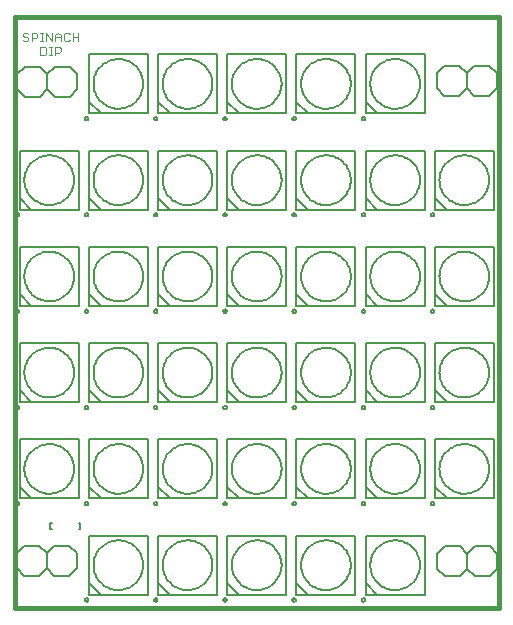
<source format=gto>
G75*
%MOIN*%
%OFA0B0*%
%FSLAX24Y24*%
%IPPOS*%
%LPD*%
%AMOC8*
5,1,8,0,0,1.08239X$1,22.5*
%
%ADD10C,0.0160*%
%ADD11C,0.0040*%
%ADD12C,0.0050*%
%ADD13C,0.0060*%
D10*
X000208Y000180D02*
X016349Y000180D01*
X016349Y019865D01*
X000208Y019865D01*
X000208Y000180D01*
D11*
X001066Y018589D02*
X001206Y018589D01*
X001252Y018636D01*
X001252Y018823D01*
X001206Y018869D01*
X001066Y018869D01*
X001066Y018589D01*
X001360Y018589D02*
X001454Y018589D01*
X001407Y018589D02*
X001407Y018869D01*
X001360Y018869D02*
X001454Y018869D01*
X001557Y018869D02*
X001697Y018869D01*
X001744Y018823D01*
X001744Y018729D01*
X001697Y018682D01*
X001557Y018682D01*
X001557Y018589D02*
X001557Y018869D01*
X001557Y019069D02*
X001557Y019256D01*
X001650Y019349D01*
X001744Y019256D01*
X001744Y019069D01*
X001851Y019116D02*
X001851Y019303D01*
X001898Y019349D01*
X001991Y019349D01*
X002038Y019303D01*
X002146Y019349D02*
X002146Y019069D01*
X002038Y019116D02*
X001991Y019069D01*
X001898Y019069D01*
X001851Y019116D01*
X001744Y019209D02*
X001557Y019209D01*
X001449Y019069D02*
X001449Y019349D01*
X001262Y019349D02*
X001262Y019069D01*
X001159Y019069D02*
X001066Y019069D01*
X001112Y019069D02*
X001112Y019349D01*
X001066Y019349D02*
X001159Y019349D01*
X001262Y019349D02*
X001449Y019069D01*
X000958Y019209D02*
X000911Y019162D01*
X000771Y019162D01*
X000771Y019069D02*
X000771Y019349D01*
X000911Y019349D01*
X000958Y019303D01*
X000958Y019209D01*
X000663Y019162D02*
X000663Y019116D01*
X000616Y019069D01*
X000523Y019069D01*
X000476Y019116D01*
X000523Y019209D02*
X000476Y019256D01*
X000476Y019303D01*
X000523Y019349D01*
X000616Y019349D01*
X000663Y019303D01*
X000616Y019209D02*
X000663Y019162D01*
X000616Y019209D02*
X000523Y019209D01*
X002146Y019209D02*
X002333Y019209D01*
X002333Y019349D02*
X002333Y019069D01*
D12*
X002680Y018625D02*
X004649Y018625D01*
X004649Y016656D01*
X003074Y016656D01*
X002680Y017050D01*
X002680Y018625D01*
X002837Y017641D02*
X002839Y017698D01*
X002845Y017755D01*
X002855Y017811D01*
X002868Y017867D01*
X002886Y017921D01*
X002907Y017974D01*
X002932Y018025D01*
X002960Y018075D01*
X002992Y018122D01*
X003026Y018168D01*
X003064Y018210D01*
X003105Y018250D01*
X003148Y018288D01*
X003194Y018322D01*
X003242Y018352D01*
X003292Y018380D01*
X003344Y018404D01*
X003398Y018424D01*
X003452Y018440D01*
X003508Y018453D01*
X003564Y018462D01*
X003621Y018467D01*
X003678Y018468D01*
X003735Y018465D01*
X003792Y018458D01*
X003848Y018447D01*
X003903Y018433D01*
X003957Y018414D01*
X004010Y018392D01*
X004061Y018367D01*
X004110Y018337D01*
X004157Y018305D01*
X004202Y018269D01*
X004244Y018231D01*
X004283Y018189D01*
X004319Y018145D01*
X004353Y018099D01*
X004383Y018050D01*
X004409Y018000D01*
X004432Y017948D01*
X004451Y017894D01*
X004467Y017839D01*
X004479Y017783D01*
X004487Y017726D01*
X004491Y017670D01*
X004491Y017612D01*
X004487Y017556D01*
X004479Y017499D01*
X004467Y017443D01*
X004451Y017388D01*
X004432Y017334D01*
X004409Y017282D01*
X004383Y017232D01*
X004353Y017183D01*
X004319Y017137D01*
X004283Y017093D01*
X004244Y017051D01*
X004202Y017013D01*
X004157Y016977D01*
X004110Y016945D01*
X004061Y016915D01*
X004010Y016890D01*
X003957Y016868D01*
X003903Y016849D01*
X003848Y016835D01*
X003792Y016824D01*
X003735Y016817D01*
X003678Y016814D01*
X003621Y016815D01*
X003564Y016820D01*
X003508Y016829D01*
X003452Y016842D01*
X003398Y016858D01*
X003344Y016878D01*
X003292Y016902D01*
X003242Y016930D01*
X003194Y016960D01*
X003148Y016994D01*
X003105Y017032D01*
X003064Y017072D01*
X003026Y017114D01*
X002992Y017160D01*
X002960Y017207D01*
X002932Y017257D01*
X002907Y017308D01*
X002886Y017361D01*
X002868Y017415D01*
X002855Y017471D01*
X002845Y017527D01*
X002839Y017584D01*
X002837Y017641D01*
X002680Y017050D02*
X002680Y016656D01*
X003074Y016656D01*
X002550Y016486D02*
X002552Y016500D01*
X002558Y016514D01*
X002566Y016526D01*
X002578Y016534D01*
X002592Y016540D01*
X002606Y016542D01*
X002620Y016540D01*
X002634Y016534D01*
X002646Y016526D01*
X002654Y016514D01*
X002660Y016500D01*
X002662Y016486D01*
X002660Y016472D01*
X002654Y016458D01*
X002646Y016446D01*
X002634Y016438D01*
X002620Y016432D01*
X002606Y016430D01*
X002592Y016432D01*
X002578Y016438D01*
X002566Y016446D01*
X002558Y016458D01*
X002552Y016472D01*
X002550Y016486D01*
X002680Y015416D02*
X004649Y015416D01*
X004649Y013448D01*
X003074Y013448D01*
X002680Y013841D01*
X002680Y015416D01*
X002345Y015416D02*
X000376Y015416D01*
X000376Y013841D01*
X000770Y013448D01*
X000376Y013448D01*
X000376Y013841D01*
X000770Y013448D02*
X002345Y013448D01*
X002345Y015416D01*
X000534Y014432D02*
X000536Y014489D01*
X000542Y014546D01*
X000552Y014602D01*
X000565Y014658D01*
X000583Y014712D01*
X000604Y014765D01*
X000629Y014816D01*
X000657Y014866D01*
X000689Y014913D01*
X000723Y014959D01*
X000761Y015001D01*
X000802Y015041D01*
X000845Y015079D01*
X000891Y015113D01*
X000939Y015143D01*
X000989Y015171D01*
X001041Y015195D01*
X001095Y015215D01*
X001149Y015231D01*
X001205Y015244D01*
X001261Y015253D01*
X001318Y015258D01*
X001375Y015259D01*
X001432Y015256D01*
X001489Y015249D01*
X001545Y015238D01*
X001600Y015224D01*
X001654Y015205D01*
X001707Y015183D01*
X001758Y015158D01*
X001807Y015128D01*
X001854Y015096D01*
X001899Y015060D01*
X001941Y015022D01*
X001980Y014980D01*
X002016Y014936D01*
X002050Y014890D01*
X002080Y014841D01*
X002106Y014791D01*
X002129Y014739D01*
X002148Y014685D01*
X002164Y014630D01*
X002176Y014574D01*
X002184Y014517D01*
X002188Y014461D01*
X002188Y014403D01*
X002184Y014347D01*
X002176Y014290D01*
X002164Y014234D01*
X002148Y014179D01*
X002129Y014125D01*
X002106Y014073D01*
X002080Y014023D01*
X002050Y013974D01*
X002016Y013928D01*
X001980Y013884D01*
X001941Y013842D01*
X001899Y013804D01*
X001854Y013768D01*
X001807Y013736D01*
X001758Y013706D01*
X001707Y013681D01*
X001654Y013659D01*
X001600Y013640D01*
X001545Y013626D01*
X001489Y013615D01*
X001432Y013608D01*
X001375Y013605D01*
X001318Y013606D01*
X001261Y013611D01*
X001205Y013620D01*
X001149Y013633D01*
X001095Y013649D01*
X001041Y013669D01*
X000989Y013693D01*
X000939Y013721D01*
X000891Y013751D01*
X000845Y013785D01*
X000802Y013823D01*
X000761Y013863D01*
X000723Y013905D01*
X000689Y013951D01*
X000657Y013998D01*
X000629Y014048D01*
X000604Y014099D01*
X000583Y014152D01*
X000565Y014206D01*
X000552Y014262D01*
X000542Y014318D01*
X000536Y014375D01*
X000534Y014432D01*
X000246Y013277D02*
X000248Y013291D01*
X000254Y013305D01*
X000262Y013317D01*
X000274Y013325D01*
X000288Y013331D01*
X000302Y013333D01*
X000316Y013331D01*
X000330Y013325D01*
X000342Y013317D01*
X000350Y013305D01*
X000356Y013291D01*
X000358Y013277D01*
X000356Y013263D01*
X000350Y013249D01*
X000342Y013237D01*
X000330Y013229D01*
X000316Y013223D01*
X000302Y013221D01*
X000288Y013223D01*
X000274Y013229D01*
X000262Y013237D01*
X000254Y013249D01*
X000248Y013263D01*
X000246Y013277D01*
X000376Y012208D02*
X002345Y012208D01*
X002345Y010239D01*
X000770Y010239D01*
X000376Y010633D01*
X000376Y012208D01*
X000534Y011223D02*
X000536Y011280D01*
X000542Y011337D01*
X000552Y011393D01*
X000565Y011449D01*
X000583Y011503D01*
X000604Y011556D01*
X000629Y011607D01*
X000657Y011657D01*
X000689Y011704D01*
X000723Y011750D01*
X000761Y011792D01*
X000802Y011832D01*
X000845Y011870D01*
X000891Y011904D01*
X000939Y011934D01*
X000989Y011962D01*
X001041Y011986D01*
X001095Y012006D01*
X001149Y012022D01*
X001205Y012035D01*
X001261Y012044D01*
X001318Y012049D01*
X001375Y012050D01*
X001432Y012047D01*
X001489Y012040D01*
X001545Y012029D01*
X001600Y012015D01*
X001654Y011996D01*
X001707Y011974D01*
X001758Y011949D01*
X001807Y011919D01*
X001854Y011887D01*
X001899Y011851D01*
X001941Y011813D01*
X001980Y011771D01*
X002016Y011727D01*
X002050Y011681D01*
X002080Y011632D01*
X002106Y011582D01*
X002129Y011530D01*
X002148Y011476D01*
X002164Y011421D01*
X002176Y011365D01*
X002184Y011308D01*
X002188Y011252D01*
X002188Y011194D01*
X002184Y011138D01*
X002176Y011081D01*
X002164Y011025D01*
X002148Y010970D01*
X002129Y010916D01*
X002106Y010864D01*
X002080Y010814D01*
X002050Y010765D01*
X002016Y010719D01*
X001980Y010675D01*
X001941Y010633D01*
X001899Y010595D01*
X001854Y010559D01*
X001807Y010527D01*
X001758Y010497D01*
X001707Y010472D01*
X001654Y010450D01*
X001600Y010431D01*
X001545Y010417D01*
X001489Y010406D01*
X001432Y010399D01*
X001375Y010396D01*
X001318Y010397D01*
X001261Y010402D01*
X001205Y010411D01*
X001149Y010424D01*
X001095Y010440D01*
X001041Y010460D01*
X000989Y010484D01*
X000939Y010512D01*
X000891Y010542D01*
X000845Y010576D01*
X000802Y010614D01*
X000761Y010654D01*
X000723Y010696D01*
X000689Y010742D01*
X000657Y010789D01*
X000629Y010839D01*
X000604Y010890D01*
X000583Y010943D01*
X000565Y010997D01*
X000552Y011053D01*
X000542Y011109D01*
X000536Y011166D01*
X000534Y011223D01*
X000376Y010633D02*
X000376Y010239D01*
X000770Y010239D01*
X000246Y010068D02*
X000248Y010082D01*
X000254Y010096D01*
X000262Y010108D01*
X000274Y010116D01*
X000288Y010122D01*
X000302Y010124D01*
X000316Y010122D01*
X000330Y010116D01*
X000342Y010108D01*
X000350Y010096D01*
X000356Y010082D01*
X000358Y010068D01*
X000356Y010054D01*
X000350Y010040D01*
X000342Y010028D01*
X000330Y010020D01*
X000316Y010014D01*
X000302Y010012D01*
X000288Y010014D01*
X000274Y010020D01*
X000262Y010028D01*
X000254Y010040D01*
X000248Y010054D01*
X000246Y010068D01*
X000376Y008999D02*
X002345Y008999D01*
X002345Y007030D01*
X000770Y007030D01*
X000376Y007424D01*
X000376Y008999D01*
X000534Y008015D02*
X000536Y008072D01*
X000542Y008129D01*
X000552Y008185D01*
X000565Y008241D01*
X000583Y008295D01*
X000604Y008348D01*
X000629Y008399D01*
X000657Y008449D01*
X000689Y008496D01*
X000723Y008542D01*
X000761Y008584D01*
X000802Y008624D01*
X000845Y008662D01*
X000891Y008696D01*
X000939Y008726D01*
X000989Y008754D01*
X001041Y008778D01*
X001095Y008798D01*
X001149Y008814D01*
X001205Y008827D01*
X001261Y008836D01*
X001318Y008841D01*
X001375Y008842D01*
X001432Y008839D01*
X001489Y008832D01*
X001545Y008821D01*
X001600Y008807D01*
X001654Y008788D01*
X001707Y008766D01*
X001758Y008741D01*
X001807Y008711D01*
X001854Y008679D01*
X001899Y008643D01*
X001941Y008605D01*
X001980Y008563D01*
X002016Y008519D01*
X002050Y008473D01*
X002080Y008424D01*
X002106Y008374D01*
X002129Y008322D01*
X002148Y008268D01*
X002164Y008213D01*
X002176Y008157D01*
X002184Y008100D01*
X002188Y008044D01*
X002188Y007986D01*
X002184Y007930D01*
X002176Y007873D01*
X002164Y007817D01*
X002148Y007762D01*
X002129Y007708D01*
X002106Y007656D01*
X002080Y007606D01*
X002050Y007557D01*
X002016Y007511D01*
X001980Y007467D01*
X001941Y007425D01*
X001899Y007387D01*
X001854Y007351D01*
X001807Y007319D01*
X001758Y007289D01*
X001707Y007264D01*
X001654Y007242D01*
X001600Y007223D01*
X001545Y007209D01*
X001489Y007198D01*
X001432Y007191D01*
X001375Y007188D01*
X001318Y007189D01*
X001261Y007194D01*
X001205Y007203D01*
X001149Y007216D01*
X001095Y007232D01*
X001041Y007252D01*
X000989Y007276D01*
X000939Y007304D01*
X000891Y007334D01*
X000845Y007368D01*
X000802Y007406D01*
X000761Y007446D01*
X000723Y007488D01*
X000689Y007534D01*
X000657Y007581D01*
X000629Y007631D01*
X000604Y007682D01*
X000583Y007735D01*
X000565Y007789D01*
X000552Y007845D01*
X000542Y007901D01*
X000536Y007958D01*
X000534Y008015D01*
X000376Y007424D02*
X000376Y007030D01*
X000770Y007030D01*
X000246Y006860D02*
X000248Y006874D01*
X000254Y006888D01*
X000262Y006900D01*
X000274Y006908D01*
X000288Y006914D01*
X000302Y006916D01*
X000316Y006914D01*
X000330Y006908D01*
X000342Y006900D01*
X000350Y006888D01*
X000356Y006874D01*
X000358Y006860D01*
X000356Y006846D01*
X000350Y006832D01*
X000342Y006820D01*
X000330Y006812D01*
X000316Y006806D01*
X000302Y006804D01*
X000288Y006806D01*
X000274Y006812D01*
X000262Y006820D01*
X000254Y006832D01*
X000248Y006846D01*
X000246Y006860D01*
X000376Y005790D02*
X002345Y005790D01*
X002345Y003822D01*
X000770Y003822D01*
X000376Y004215D01*
X000376Y005790D01*
X000534Y004806D02*
X000536Y004863D01*
X000542Y004920D01*
X000552Y004976D01*
X000565Y005032D01*
X000583Y005086D01*
X000604Y005139D01*
X000629Y005190D01*
X000657Y005240D01*
X000689Y005287D01*
X000723Y005333D01*
X000761Y005375D01*
X000802Y005415D01*
X000845Y005453D01*
X000891Y005487D01*
X000939Y005517D01*
X000989Y005545D01*
X001041Y005569D01*
X001095Y005589D01*
X001149Y005605D01*
X001205Y005618D01*
X001261Y005627D01*
X001318Y005632D01*
X001375Y005633D01*
X001432Y005630D01*
X001489Y005623D01*
X001545Y005612D01*
X001600Y005598D01*
X001654Y005579D01*
X001707Y005557D01*
X001758Y005532D01*
X001807Y005502D01*
X001854Y005470D01*
X001899Y005434D01*
X001941Y005396D01*
X001980Y005354D01*
X002016Y005310D01*
X002050Y005264D01*
X002080Y005215D01*
X002106Y005165D01*
X002129Y005113D01*
X002148Y005059D01*
X002164Y005004D01*
X002176Y004948D01*
X002184Y004891D01*
X002188Y004835D01*
X002188Y004777D01*
X002184Y004721D01*
X002176Y004664D01*
X002164Y004608D01*
X002148Y004553D01*
X002129Y004499D01*
X002106Y004447D01*
X002080Y004397D01*
X002050Y004348D01*
X002016Y004302D01*
X001980Y004258D01*
X001941Y004216D01*
X001899Y004178D01*
X001854Y004142D01*
X001807Y004110D01*
X001758Y004080D01*
X001707Y004055D01*
X001654Y004033D01*
X001600Y004014D01*
X001545Y004000D01*
X001489Y003989D01*
X001432Y003982D01*
X001375Y003979D01*
X001318Y003980D01*
X001261Y003985D01*
X001205Y003994D01*
X001149Y004007D01*
X001095Y004023D01*
X001041Y004043D01*
X000989Y004067D01*
X000939Y004095D01*
X000891Y004125D01*
X000845Y004159D01*
X000802Y004197D01*
X000761Y004237D01*
X000723Y004279D01*
X000689Y004325D01*
X000657Y004372D01*
X000629Y004422D01*
X000604Y004473D01*
X000583Y004526D01*
X000565Y004580D01*
X000552Y004636D01*
X000542Y004692D01*
X000536Y004749D01*
X000534Y004806D01*
X000376Y004215D02*
X000376Y003822D01*
X000770Y003822D01*
X000246Y003651D02*
X000248Y003665D01*
X000254Y003679D01*
X000262Y003691D01*
X000274Y003699D01*
X000288Y003705D01*
X000302Y003707D01*
X000316Y003705D01*
X000330Y003699D01*
X000342Y003691D01*
X000350Y003679D01*
X000356Y003665D01*
X000358Y003651D01*
X000356Y003637D01*
X000350Y003623D01*
X000342Y003611D01*
X000330Y003603D01*
X000316Y003597D01*
X000302Y003595D01*
X000288Y003597D01*
X000274Y003603D01*
X000262Y003611D01*
X000254Y003623D01*
X000248Y003637D01*
X000246Y003651D01*
X002550Y003651D02*
X002552Y003665D01*
X002558Y003679D01*
X002566Y003691D01*
X002578Y003699D01*
X002592Y003705D01*
X002606Y003707D01*
X002620Y003705D01*
X002634Y003699D01*
X002646Y003691D01*
X002654Y003679D01*
X002660Y003665D01*
X002662Y003651D01*
X002660Y003637D01*
X002654Y003623D01*
X002646Y003611D01*
X002634Y003603D01*
X002620Y003597D01*
X002606Y003595D01*
X002592Y003597D01*
X002578Y003603D01*
X002566Y003611D01*
X002558Y003623D01*
X002552Y003637D01*
X002550Y003651D01*
X002680Y003822D02*
X002680Y004215D01*
X003074Y003822D01*
X002680Y003822D01*
X002680Y004215D02*
X002680Y005790D01*
X004649Y005790D01*
X004649Y003822D01*
X003074Y003822D01*
X002837Y004806D02*
X002839Y004863D01*
X002845Y004920D01*
X002855Y004976D01*
X002868Y005032D01*
X002886Y005086D01*
X002907Y005139D01*
X002932Y005190D01*
X002960Y005240D01*
X002992Y005287D01*
X003026Y005333D01*
X003064Y005375D01*
X003105Y005415D01*
X003148Y005453D01*
X003194Y005487D01*
X003242Y005517D01*
X003292Y005545D01*
X003344Y005569D01*
X003398Y005589D01*
X003452Y005605D01*
X003508Y005618D01*
X003564Y005627D01*
X003621Y005632D01*
X003678Y005633D01*
X003735Y005630D01*
X003792Y005623D01*
X003848Y005612D01*
X003903Y005598D01*
X003957Y005579D01*
X004010Y005557D01*
X004061Y005532D01*
X004110Y005502D01*
X004157Y005470D01*
X004202Y005434D01*
X004244Y005396D01*
X004283Y005354D01*
X004319Y005310D01*
X004353Y005264D01*
X004383Y005215D01*
X004409Y005165D01*
X004432Y005113D01*
X004451Y005059D01*
X004467Y005004D01*
X004479Y004948D01*
X004487Y004891D01*
X004491Y004835D01*
X004491Y004777D01*
X004487Y004721D01*
X004479Y004664D01*
X004467Y004608D01*
X004451Y004553D01*
X004432Y004499D01*
X004409Y004447D01*
X004383Y004397D01*
X004353Y004348D01*
X004319Y004302D01*
X004283Y004258D01*
X004244Y004216D01*
X004202Y004178D01*
X004157Y004142D01*
X004110Y004110D01*
X004061Y004080D01*
X004010Y004055D01*
X003957Y004033D01*
X003903Y004014D01*
X003848Y004000D01*
X003792Y003989D01*
X003735Y003982D01*
X003678Y003979D01*
X003621Y003980D01*
X003564Y003985D01*
X003508Y003994D01*
X003452Y004007D01*
X003398Y004023D01*
X003344Y004043D01*
X003292Y004067D01*
X003242Y004095D01*
X003194Y004125D01*
X003148Y004159D01*
X003105Y004197D01*
X003064Y004237D01*
X003026Y004279D01*
X002992Y004325D01*
X002960Y004372D01*
X002932Y004422D01*
X002907Y004473D01*
X002886Y004526D01*
X002868Y004580D01*
X002855Y004636D01*
X002845Y004692D01*
X002839Y004749D01*
X002837Y004806D01*
X002550Y006860D02*
X002552Y006874D01*
X002558Y006888D01*
X002566Y006900D01*
X002578Y006908D01*
X002592Y006914D01*
X002606Y006916D01*
X002620Y006914D01*
X002634Y006908D01*
X002646Y006900D01*
X002654Y006888D01*
X002660Y006874D01*
X002662Y006860D01*
X002660Y006846D01*
X002654Y006832D01*
X002646Y006820D01*
X002634Y006812D01*
X002620Y006806D01*
X002606Y006804D01*
X002592Y006806D01*
X002578Y006812D01*
X002566Y006820D01*
X002558Y006832D01*
X002552Y006846D01*
X002550Y006860D01*
X002680Y007030D02*
X002680Y007424D01*
X003074Y007030D01*
X002680Y007030D01*
X003074Y007030D02*
X004649Y007030D01*
X004649Y008999D01*
X002680Y008999D01*
X002680Y007424D01*
X002837Y008015D02*
X002839Y008072D01*
X002845Y008129D01*
X002855Y008185D01*
X002868Y008241D01*
X002886Y008295D01*
X002907Y008348D01*
X002932Y008399D01*
X002960Y008449D01*
X002992Y008496D01*
X003026Y008542D01*
X003064Y008584D01*
X003105Y008624D01*
X003148Y008662D01*
X003194Y008696D01*
X003242Y008726D01*
X003292Y008754D01*
X003344Y008778D01*
X003398Y008798D01*
X003452Y008814D01*
X003508Y008827D01*
X003564Y008836D01*
X003621Y008841D01*
X003678Y008842D01*
X003735Y008839D01*
X003792Y008832D01*
X003848Y008821D01*
X003903Y008807D01*
X003957Y008788D01*
X004010Y008766D01*
X004061Y008741D01*
X004110Y008711D01*
X004157Y008679D01*
X004202Y008643D01*
X004244Y008605D01*
X004283Y008563D01*
X004319Y008519D01*
X004353Y008473D01*
X004383Y008424D01*
X004409Y008374D01*
X004432Y008322D01*
X004451Y008268D01*
X004467Y008213D01*
X004479Y008157D01*
X004487Y008100D01*
X004491Y008044D01*
X004491Y007986D01*
X004487Y007930D01*
X004479Y007873D01*
X004467Y007817D01*
X004451Y007762D01*
X004432Y007708D01*
X004409Y007656D01*
X004383Y007606D01*
X004353Y007557D01*
X004319Y007511D01*
X004283Y007467D01*
X004244Y007425D01*
X004202Y007387D01*
X004157Y007351D01*
X004110Y007319D01*
X004061Y007289D01*
X004010Y007264D01*
X003957Y007242D01*
X003903Y007223D01*
X003848Y007209D01*
X003792Y007198D01*
X003735Y007191D01*
X003678Y007188D01*
X003621Y007189D01*
X003564Y007194D01*
X003508Y007203D01*
X003452Y007216D01*
X003398Y007232D01*
X003344Y007252D01*
X003292Y007276D01*
X003242Y007304D01*
X003194Y007334D01*
X003148Y007368D01*
X003105Y007406D01*
X003064Y007446D01*
X003026Y007488D01*
X002992Y007534D01*
X002960Y007581D01*
X002932Y007631D01*
X002907Y007682D01*
X002886Y007735D01*
X002868Y007789D01*
X002855Y007845D01*
X002845Y007901D01*
X002839Y007958D01*
X002837Y008015D01*
X002550Y010068D02*
X002552Y010082D01*
X002558Y010096D01*
X002566Y010108D01*
X002578Y010116D01*
X002592Y010122D01*
X002606Y010124D01*
X002620Y010122D01*
X002634Y010116D01*
X002646Y010108D01*
X002654Y010096D01*
X002660Y010082D01*
X002662Y010068D01*
X002660Y010054D01*
X002654Y010040D01*
X002646Y010028D01*
X002634Y010020D01*
X002620Y010014D01*
X002606Y010012D01*
X002592Y010014D01*
X002578Y010020D01*
X002566Y010028D01*
X002558Y010040D01*
X002552Y010054D01*
X002550Y010068D01*
X002680Y010239D02*
X002680Y010633D01*
X003074Y010239D01*
X002680Y010239D01*
X003074Y010239D02*
X004649Y010239D01*
X004649Y012208D01*
X002680Y012208D01*
X002680Y010633D01*
X002837Y011223D02*
X002839Y011280D01*
X002845Y011337D01*
X002855Y011393D01*
X002868Y011449D01*
X002886Y011503D01*
X002907Y011556D01*
X002932Y011607D01*
X002960Y011657D01*
X002992Y011704D01*
X003026Y011750D01*
X003064Y011792D01*
X003105Y011832D01*
X003148Y011870D01*
X003194Y011904D01*
X003242Y011934D01*
X003292Y011962D01*
X003344Y011986D01*
X003398Y012006D01*
X003452Y012022D01*
X003508Y012035D01*
X003564Y012044D01*
X003621Y012049D01*
X003678Y012050D01*
X003735Y012047D01*
X003792Y012040D01*
X003848Y012029D01*
X003903Y012015D01*
X003957Y011996D01*
X004010Y011974D01*
X004061Y011949D01*
X004110Y011919D01*
X004157Y011887D01*
X004202Y011851D01*
X004244Y011813D01*
X004283Y011771D01*
X004319Y011727D01*
X004353Y011681D01*
X004383Y011632D01*
X004409Y011582D01*
X004432Y011530D01*
X004451Y011476D01*
X004467Y011421D01*
X004479Y011365D01*
X004487Y011308D01*
X004491Y011252D01*
X004491Y011194D01*
X004487Y011138D01*
X004479Y011081D01*
X004467Y011025D01*
X004451Y010970D01*
X004432Y010916D01*
X004409Y010864D01*
X004383Y010814D01*
X004353Y010765D01*
X004319Y010719D01*
X004283Y010675D01*
X004244Y010633D01*
X004202Y010595D01*
X004157Y010559D01*
X004110Y010527D01*
X004061Y010497D01*
X004010Y010472D01*
X003957Y010450D01*
X003903Y010431D01*
X003848Y010417D01*
X003792Y010406D01*
X003735Y010399D01*
X003678Y010396D01*
X003621Y010397D01*
X003564Y010402D01*
X003508Y010411D01*
X003452Y010424D01*
X003398Y010440D01*
X003344Y010460D01*
X003292Y010484D01*
X003242Y010512D01*
X003194Y010542D01*
X003148Y010576D01*
X003105Y010614D01*
X003064Y010654D01*
X003026Y010696D01*
X002992Y010742D01*
X002960Y010789D01*
X002932Y010839D01*
X002907Y010890D01*
X002886Y010943D01*
X002868Y010997D01*
X002855Y011053D01*
X002845Y011109D01*
X002839Y011166D01*
X002837Y011223D01*
X002550Y013277D02*
X002552Y013291D01*
X002558Y013305D01*
X002566Y013317D01*
X002578Y013325D01*
X002592Y013331D01*
X002606Y013333D01*
X002620Y013331D01*
X002634Y013325D01*
X002646Y013317D01*
X002654Y013305D01*
X002660Y013291D01*
X002662Y013277D01*
X002660Y013263D01*
X002654Y013249D01*
X002646Y013237D01*
X002634Y013229D01*
X002620Y013223D01*
X002606Y013221D01*
X002592Y013223D01*
X002578Y013229D01*
X002566Y013237D01*
X002558Y013249D01*
X002552Y013263D01*
X002550Y013277D01*
X002680Y013448D02*
X002680Y013841D01*
X002680Y013448D02*
X003074Y013448D01*
X002837Y014432D02*
X002839Y014489D01*
X002845Y014546D01*
X002855Y014602D01*
X002868Y014658D01*
X002886Y014712D01*
X002907Y014765D01*
X002932Y014816D01*
X002960Y014866D01*
X002992Y014913D01*
X003026Y014959D01*
X003064Y015001D01*
X003105Y015041D01*
X003148Y015079D01*
X003194Y015113D01*
X003242Y015143D01*
X003292Y015171D01*
X003344Y015195D01*
X003398Y015215D01*
X003452Y015231D01*
X003508Y015244D01*
X003564Y015253D01*
X003621Y015258D01*
X003678Y015259D01*
X003735Y015256D01*
X003792Y015249D01*
X003848Y015238D01*
X003903Y015224D01*
X003957Y015205D01*
X004010Y015183D01*
X004061Y015158D01*
X004110Y015128D01*
X004157Y015096D01*
X004202Y015060D01*
X004244Y015022D01*
X004283Y014980D01*
X004319Y014936D01*
X004353Y014890D01*
X004383Y014841D01*
X004409Y014791D01*
X004432Y014739D01*
X004451Y014685D01*
X004467Y014630D01*
X004479Y014574D01*
X004487Y014517D01*
X004491Y014461D01*
X004491Y014403D01*
X004487Y014347D01*
X004479Y014290D01*
X004467Y014234D01*
X004451Y014179D01*
X004432Y014125D01*
X004409Y014073D01*
X004383Y014023D01*
X004353Y013974D01*
X004319Y013928D01*
X004283Y013884D01*
X004244Y013842D01*
X004202Y013804D01*
X004157Y013768D01*
X004110Y013736D01*
X004061Y013706D01*
X004010Y013681D01*
X003957Y013659D01*
X003903Y013640D01*
X003848Y013626D01*
X003792Y013615D01*
X003735Y013608D01*
X003678Y013605D01*
X003621Y013606D01*
X003564Y013611D01*
X003508Y013620D01*
X003452Y013633D01*
X003398Y013649D01*
X003344Y013669D01*
X003292Y013693D01*
X003242Y013721D01*
X003194Y013751D01*
X003148Y013785D01*
X003105Y013823D01*
X003064Y013863D01*
X003026Y013905D01*
X002992Y013951D01*
X002960Y013998D01*
X002932Y014048D01*
X002907Y014099D01*
X002886Y014152D01*
X002868Y014206D01*
X002855Y014262D01*
X002845Y014318D01*
X002839Y014375D01*
X002837Y014432D01*
X004857Y013277D02*
X004859Y013291D01*
X004865Y013305D01*
X004873Y013317D01*
X004885Y013325D01*
X004899Y013331D01*
X004913Y013333D01*
X004927Y013331D01*
X004941Y013325D01*
X004953Y013317D01*
X004961Y013305D01*
X004967Y013291D01*
X004969Y013277D01*
X004967Y013263D01*
X004961Y013249D01*
X004953Y013237D01*
X004941Y013229D01*
X004927Y013223D01*
X004913Y013221D01*
X004899Y013223D01*
X004885Y013229D01*
X004873Y013237D01*
X004865Y013249D01*
X004859Y013263D01*
X004857Y013277D01*
X004987Y013448D02*
X004987Y013841D01*
X005381Y013448D01*
X004987Y013448D01*
X004987Y013841D02*
X004987Y015416D01*
X006956Y015416D01*
X006956Y013448D01*
X005381Y013448D01*
X005144Y014432D02*
X005146Y014489D01*
X005152Y014546D01*
X005162Y014602D01*
X005175Y014658D01*
X005193Y014712D01*
X005214Y014765D01*
X005239Y014816D01*
X005267Y014866D01*
X005299Y014913D01*
X005333Y014959D01*
X005371Y015001D01*
X005412Y015041D01*
X005455Y015079D01*
X005501Y015113D01*
X005549Y015143D01*
X005599Y015171D01*
X005651Y015195D01*
X005705Y015215D01*
X005759Y015231D01*
X005815Y015244D01*
X005871Y015253D01*
X005928Y015258D01*
X005985Y015259D01*
X006042Y015256D01*
X006099Y015249D01*
X006155Y015238D01*
X006210Y015224D01*
X006264Y015205D01*
X006317Y015183D01*
X006368Y015158D01*
X006417Y015128D01*
X006464Y015096D01*
X006509Y015060D01*
X006551Y015022D01*
X006590Y014980D01*
X006626Y014936D01*
X006660Y014890D01*
X006690Y014841D01*
X006716Y014791D01*
X006739Y014739D01*
X006758Y014685D01*
X006774Y014630D01*
X006786Y014574D01*
X006794Y014517D01*
X006798Y014461D01*
X006798Y014403D01*
X006794Y014347D01*
X006786Y014290D01*
X006774Y014234D01*
X006758Y014179D01*
X006739Y014125D01*
X006716Y014073D01*
X006690Y014023D01*
X006660Y013974D01*
X006626Y013928D01*
X006590Y013884D01*
X006551Y013842D01*
X006509Y013804D01*
X006464Y013768D01*
X006417Y013736D01*
X006368Y013706D01*
X006317Y013681D01*
X006264Y013659D01*
X006210Y013640D01*
X006155Y013626D01*
X006099Y013615D01*
X006042Y013608D01*
X005985Y013605D01*
X005928Y013606D01*
X005871Y013611D01*
X005815Y013620D01*
X005759Y013633D01*
X005705Y013649D01*
X005651Y013669D01*
X005599Y013693D01*
X005549Y013721D01*
X005501Y013751D01*
X005455Y013785D01*
X005412Y013823D01*
X005371Y013863D01*
X005333Y013905D01*
X005299Y013951D01*
X005267Y013998D01*
X005239Y014048D01*
X005214Y014099D01*
X005193Y014152D01*
X005175Y014206D01*
X005162Y014262D01*
X005152Y014318D01*
X005146Y014375D01*
X005144Y014432D01*
X004857Y016486D02*
X004859Y016500D01*
X004865Y016514D01*
X004873Y016526D01*
X004885Y016534D01*
X004899Y016540D01*
X004913Y016542D01*
X004927Y016540D01*
X004941Y016534D01*
X004953Y016526D01*
X004961Y016514D01*
X004967Y016500D01*
X004969Y016486D01*
X004967Y016472D01*
X004961Y016458D01*
X004953Y016446D01*
X004941Y016438D01*
X004927Y016432D01*
X004913Y016430D01*
X004899Y016432D01*
X004885Y016438D01*
X004873Y016446D01*
X004865Y016458D01*
X004859Y016472D01*
X004857Y016486D01*
X004987Y016656D02*
X004987Y017050D01*
X005381Y016656D01*
X004987Y016656D01*
X005381Y016656D02*
X006956Y016656D01*
X006956Y018625D01*
X004987Y018625D01*
X004987Y017050D01*
X005144Y017641D02*
X005146Y017698D01*
X005152Y017755D01*
X005162Y017811D01*
X005175Y017867D01*
X005193Y017921D01*
X005214Y017974D01*
X005239Y018025D01*
X005267Y018075D01*
X005299Y018122D01*
X005333Y018168D01*
X005371Y018210D01*
X005412Y018250D01*
X005455Y018288D01*
X005501Y018322D01*
X005549Y018352D01*
X005599Y018380D01*
X005651Y018404D01*
X005705Y018424D01*
X005759Y018440D01*
X005815Y018453D01*
X005871Y018462D01*
X005928Y018467D01*
X005985Y018468D01*
X006042Y018465D01*
X006099Y018458D01*
X006155Y018447D01*
X006210Y018433D01*
X006264Y018414D01*
X006317Y018392D01*
X006368Y018367D01*
X006417Y018337D01*
X006464Y018305D01*
X006509Y018269D01*
X006551Y018231D01*
X006590Y018189D01*
X006626Y018145D01*
X006660Y018099D01*
X006690Y018050D01*
X006716Y018000D01*
X006739Y017948D01*
X006758Y017894D01*
X006774Y017839D01*
X006786Y017783D01*
X006794Y017726D01*
X006798Y017670D01*
X006798Y017612D01*
X006794Y017556D01*
X006786Y017499D01*
X006774Y017443D01*
X006758Y017388D01*
X006739Y017334D01*
X006716Y017282D01*
X006690Y017232D01*
X006660Y017183D01*
X006626Y017137D01*
X006590Y017093D01*
X006551Y017051D01*
X006509Y017013D01*
X006464Y016977D01*
X006417Y016945D01*
X006368Y016915D01*
X006317Y016890D01*
X006264Y016868D01*
X006210Y016849D01*
X006155Y016835D01*
X006099Y016824D01*
X006042Y016817D01*
X005985Y016814D01*
X005928Y016815D01*
X005871Y016820D01*
X005815Y016829D01*
X005759Y016842D01*
X005705Y016858D01*
X005651Y016878D01*
X005599Y016902D01*
X005549Y016930D01*
X005501Y016960D01*
X005455Y016994D01*
X005412Y017032D01*
X005371Y017072D01*
X005333Y017114D01*
X005299Y017160D01*
X005267Y017207D01*
X005239Y017257D01*
X005214Y017308D01*
X005193Y017361D01*
X005175Y017415D01*
X005162Y017471D01*
X005152Y017527D01*
X005146Y017584D01*
X005144Y017641D01*
X007164Y016486D02*
X007166Y016500D01*
X007172Y016514D01*
X007180Y016526D01*
X007192Y016534D01*
X007206Y016540D01*
X007220Y016542D01*
X007234Y016540D01*
X007248Y016534D01*
X007260Y016526D01*
X007268Y016514D01*
X007274Y016500D01*
X007276Y016486D01*
X007274Y016472D01*
X007268Y016458D01*
X007260Y016446D01*
X007248Y016438D01*
X007234Y016432D01*
X007220Y016430D01*
X007206Y016432D01*
X007192Y016438D01*
X007180Y016446D01*
X007172Y016458D01*
X007166Y016472D01*
X007164Y016486D01*
X007294Y016656D02*
X007294Y017050D01*
X007688Y016656D01*
X007294Y016656D01*
X007688Y016656D02*
X009263Y016656D01*
X009263Y018625D01*
X007294Y018625D01*
X007294Y017050D01*
X007451Y017641D02*
X007453Y017698D01*
X007459Y017755D01*
X007469Y017811D01*
X007482Y017867D01*
X007500Y017921D01*
X007521Y017974D01*
X007546Y018025D01*
X007574Y018075D01*
X007606Y018122D01*
X007640Y018168D01*
X007678Y018210D01*
X007719Y018250D01*
X007762Y018288D01*
X007808Y018322D01*
X007856Y018352D01*
X007906Y018380D01*
X007958Y018404D01*
X008012Y018424D01*
X008066Y018440D01*
X008122Y018453D01*
X008178Y018462D01*
X008235Y018467D01*
X008292Y018468D01*
X008349Y018465D01*
X008406Y018458D01*
X008462Y018447D01*
X008517Y018433D01*
X008571Y018414D01*
X008624Y018392D01*
X008675Y018367D01*
X008724Y018337D01*
X008771Y018305D01*
X008816Y018269D01*
X008858Y018231D01*
X008897Y018189D01*
X008933Y018145D01*
X008967Y018099D01*
X008997Y018050D01*
X009023Y018000D01*
X009046Y017948D01*
X009065Y017894D01*
X009081Y017839D01*
X009093Y017783D01*
X009101Y017726D01*
X009105Y017670D01*
X009105Y017612D01*
X009101Y017556D01*
X009093Y017499D01*
X009081Y017443D01*
X009065Y017388D01*
X009046Y017334D01*
X009023Y017282D01*
X008997Y017232D01*
X008967Y017183D01*
X008933Y017137D01*
X008897Y017093D01*
X008858Y017051D01*
X008816Y017013D01*
X008771Y016977D01*
X008724Y016945D01*
X008675Y016915D01*
X008624Y016890D01*
X008571Y016868D01*
X008517Y016849D01*
X008462Y016835D01*
X008406Y016824D01*
X008349Y016817D01*
X008292Y016814D01*
X008235Y016815D01*
X008178Y016820D01*
X008122Y016829D01*
X008066Y016842D01*
X008012Y016858D01*
X007958Y016878D01*
X007906Y016902D01*
X007856Y016930D01*
X007808Y016960D01*
X007762Y016994D01*
X007719Y017032D01*
X007678Y017072D01*
X007640Y017114D01*
X007606Y017160D01*
X007574Y017207D01*
X007546Y017257D01*
X007521Y017308D01*
X007500Y017361D01*
X007482Y017415D01*
X007469Y017471D01*
X007459Y017527D01*
X007453Y017584D01*
X007451Y017641D01*
X007294Y015416D02*
X009263Y015416D01*
X009263Y013448D01*
X007688Y013448D01*
X007294Y013841D01*
X007294Y015416D01*
X007451Y014432D02*
X007453Y014489D01*
X007459Y014546D01*
X007469Y014602D01*
X007482Y014658D01*
X007500Y014712D01*
X007521Y014765D01*
X007546Y014816D01*
X007574Y014866D01*
X007606Y014913D01*
X007640Y014959D01*
X007678Y015001D01*
X007719Y015041D01*
X007762Y015079D01*
X007808Y015113D01*
X007856Y015143D01*
X007906Y015171D01*
X007958Y015195D01*
X008012Y015215D01*
X008066Y015231D01*
X008122Y015244D01*
X008178Y015253D01*
X008235Y015258D01*
X008292Y015259D01*
X008349Y015256D01*
X008406Y015249D01*
X008462Y015238D01*
X008517Y015224D01*
X008571Y015205D01*
X008624Y015183D01*
X008675Y015158D01*
X008724Y015128D01*
X008771Y015096D01*
X008816Y015060D01*
X008858Y015022D01*
X008897Y014980D01*
X008933Y014936D01*
X008967Y014890D01*
X008997Y014841D01*
X009023Y014791D01*
X009046Y014739D01*
X009065Y014685D01*
X009081Y014630D01*
X009093Y014574D01*
X009101Y014517D01*
X009105Y014461D01*
X009105Y014403D01*
X009101Y014347D01*
X009093Y014290D01*
X009081Y014234D01*
X009065Y014179D01*
X009046Y014125D01*
X009023Y014073D01*
X008997Y014023D01*
X008967Y013974D01*
X008933Y013928D01*
X008897Y013884D01*
X008858Y013842D01*
X008816Y013804D01*
X008771Y013768D01*
X008724Y013736D01*
X008675Y013706D01*
X008624Y013681D01*
X008571Y013659D01*
X008517Y013640D01*
X008462Y013626D01*
X008406Y013615D01*
X008349Y013608D01*
X008292Y013605D01*
X008235Y013606D01*
X008178Y013611D01*
X008122Y013620D01*
X008066Y013633D01*
X008012Y013649D01*
X007958Y013669D01*
X007906Y013693D01*
X007856Y013721D01*
X007808Y013751D01*
X007762Y013785D01*
X007719Y013823D01*
X007678Y013863D01*
X007640Y013905D01*
X007606Y013951D01*
X007574Y013998D01*
X007546Y014048D01*
X007521Y014099D01*
X007500Y014152D01*
X007482Y014206D01*
X007469Y014262D01*
X007459Y014318D01*
X007453Y014375D01*
X007451Y014432D01*
X007294Y013841D02*
X007294Y013448D01*
X007688Y013448D01*
X007164Y013277D02*
X007166Y013291D01*
X007172Y013305D01*
X007180Y013317D01*
X007192Y013325D01*
X007206Y013331D01*
X007220Y013333D01*
X007234Y013331D01*
X007248Y013325D01*
X007260Y013317D01*
X007268Y013305D01*
X007274Y013291D01*
X007276Y013277D01*
X007274Y013263D01*
X007268Y013249D01*
X007260Y013237D01*
X007248Y013229D01*
X007234Y013223D01*
X007220Y013221D01*
X007206Y013223D01*
X007192Y013229D01*
X007180Y013237D01*
X007172Y013249D01*
X007166Y013263D01*
X007164Y013277D01*
X007294Y012208D02*
X009263Y012208D01*
X009263Y010239D01*
X007688Y010239D01*
X007294Y010633D01*
X007294Y012208D01*
X006956Y012208D02*
X004987Y012208D01*
X004987Y010633D01*
X005381Y010239D01*
X004987Y010239D01*
X004987Y010633D01*
X005381Y010239D02*
X006956Y010239D01*
X006956Y012208D01*
X005144Y011223D02*
X005146Y011280D01*
X005152Y011337D01*
X005162Y011393D01*
X005175Y011449D01*
X005193Y011503D01*
X005214Y011556D01*
X005239Y011607D01*
X005267Y011657D01*
X005299Y011704D01*
X005333Y011750D01*
X005371Y011792D01*
X005412Y011832D01*
X005455Y011870D01*
X005501Y011904D01*
X005549Y011934D01*
X005599Y011962D01*
X005651Y011986D01*
X005705Y012006D01*
X005759Y012022D01*
X005815Y012035D01*
X005871Y012044D01*
X005928Y012049D01*
X005985Y012050D01*
X006042Y012047D01*
X006099Y012040D01*
X006155Y012029D01*
X006210Y012015D01*
X006264Y011996D01*
X006317Y011974D01*
X006368Y011949D01*
X006417Y011919D01*
X006464Y011887D01*
X006509Y011851D01*
X006551Y011813D01*
X006590Y011771D01*
X006626Y011727D01*
X006660Y011681D01*
X006690Y011632D01*
X006716Y011582D01*
X006739Y011530D01*
X006758Y011476D01*
X006774Y011421D01*
X006786Y011365D01*
X006794Y011308D01*
X006798Y011252D01*
X006798Y011194D01*
X006794Y011138D01*
X006786Y011081D01*
X006774Y011025D01*
X006758Y010970D01*
X006739Y010916D01*
X006716Y010864D01*
X006690Y010814D01*
X006660Y010765D01*
X006626Y010719D01*
X006590Y010675D01*
X006551Y010633D01*
X006509Y010595D01*
X006464Y010559D01*
X006417Y010527D01*
X006368Y010497D01*
X006317Y010472D01*
X006264Y010450D01*
X006210Y010431D01*
X006155Y010417D01*
X006099Y010406D01*
X006042Y010399D01*
X005985Y010396D01*
X005928Y010397D01*
X005871Y010402D01*
X005815Y010411D01*
X005759Y010424D01*
X005705Y010440D01*
X005651Y010460D01*
X005599Y010484D01*
X005549Y010512D01*
X005501Y010542D01*
X005455Y010576D01*
X005412Y010614D01*
X005371Y010654D01*
X005333Y010696D01*
X005299Y010742D01*
X005267Y010789D01*
X005239Y010839D01*
X005214Y010890D01*
X005193Y010943D01*
X005175Y010997D01*
X005162Y011053D01*
X005152Y011109D01*
X005146Y011166D01*
X005144Y011223D01*
X004857Y010068D02*
X004859Y010082D01*
X004865Y010096D01*
X004873Y010108D01*
X004885Y010116D01*
X004899Y010122D01*
X004913Y010124D01*
X004927Y010122D01*
X004941Y010116D01*
X004953Y010108D01*
X004961Y010096D01*
X004967Y010082D01*
X004969Y010068D01*
X004967Y010054D01*
X004961Y010040D01*
X004953Y010028D01*
X004941Y010020D01*
X004927Y010014D01*
X004913Y010012D01*
X004899Y010014D01*
X004885Y010020D01*
X004873Y010028D01*
X004865Y010040D01*
X004859Y010054D01*
X004857Y010068D01*
X004987Y008999D02*
X006956Y008999D01*
X006956Y007030D01*
X005381Y007030D01*
X004987Y007424D01*
X004987Y008999D01*
X005144Y008015D02*
X005146Y008072D01*
X005152Y008129D01*
X005162Y008185D01*
X005175Y008241D01*
X005193Y008295D01*
X005214Y008348D01*
X005239Y008399D01*
X005267Y008449D01*
X005299Y008496D01*
X005333Y008542D01*
X005371Y008584D01*
X005412Y008624D01*
X005455Y008662D01*
X005501Y008696D01*
X005549Y008726D01*
X005599Y008754D01*
X005651Y008778D01*
X005705Y008798D01*
X005759Y008814D01*
X005815Y008827D01*
X005871Y008836D01*
X005928Y008841D01*
X005985Y008842D01*
X006042Y008839D01*
X006099Y008832D01*
X006155Y008821D01*
X006210Y008807D01*
X006264Y008788D01*
X006317Y008766D01*
X006368Y008741D01*
X006417Y008711D01*
X006464Y008679D01*
X006509Y008643D01*
X006551Y008605D01*
X006590Y008563D01*
X006626Y008519D01*
X006660Y008473D01*
X006690Y008424D01*
X006716Y008374D01*
X006739Y008322D01*
X006758Y008268D01*
X006774Y008213D01*
X006786Y008157D01*
X006794Y008100D01*
X006798Y008044D01*
X006798Y007986D01*
X006794Y007930D01*
X006786Y007873D01*
X006774Y007817D01*
X006758Y007762D01*
X006739Y007708D01*
X006716Y007656D01*
X006690Y007606D01*
X006660Y007557D01*
X006626Y007511D01*
X006590Y007467D01*
X006551Y007425D01*
X006509Y007387D01*
X006464Y007351D01*
X006417Y007319D01*
X006368Y007289D01*
X006317Y007264D01*
X006264Y007242D01*
X006210Y007223D01*
X006155Y007209D01*
X006099Y007198D01*
X006042Y007191D01*
X005985Y007188D01*
X005928Y007189D01*
X005871Y007194D01*
X005815Y007203D01*
X005759Y007216D01*
X005705Y007232D01*
X005651Y007252D01*
X005599Y007276D01*
X005549Y007304D01*
X005501Y007334D01*
X005455Y007368D01*
X005412Y007406D01*
X005371Y007446D01*
X005333Y007488D01*
X005299Y007534D01*
X005267Y007581D01*
X005239Y007631D01*
X005214Y007682D01*
X005193Y007735D01*
X005175Y007789D01*
X005162Y007845D01*
X005152Y007901D01*
X005146Y007958D01*
X005144Y008015D01*
X004987Y007424D02*
X004987Y007030D01*
X005381Y007030D01*
X004857Y006860D02*
X004859Y006874D01*
X004865Y006888D01*
X004873Y006900D01*
X004885Y006908D01*
X004899Y006914D01*
X004913Y006916D01*
X004927Y006914D01*
X004941Y006908D01*
X004953Y006900D01*
X004961Y006888D01*
X004967Y006874D01*
X004969Y006860D01*
X004967Y006846D01*
X004961Y006832D01*
X004953Y006820D01*
X004941Y006812D01*
X004927Y006806D01*
X004913Y006804D01*
X004899Y006806D01*
X004885Y006812D01*
X004873Y006820D01*
X004865Y006832D01*
X004859Y006846D01*
X004857Y006860D01*
X004987Y005790D02*
X006956Y005790D01*
X006956Y003822D01*
X005381Y003822D01*
X004987Y004215D01*
X004987Y005790D01*
X005144Y004806D02*
X005146Y004863D01*
X005152Y004920D01*
X005162Y004976D01*
X005175Y005032D01*
X005193Y005086D01*
X005214Y005139D01*
X005239Y005190D01*
X005267Y005240D01*
X005299Y005287D01*
X005333Y005333D01*
X005371Y005375D01*
X005412Y005415D01*
X005455Y005453D01*
X005501Y005487D01*
X005549Y005517D01*
X005599Y005545D01*
X005651Y005569D01*
X005705Y005589D01*
X005759Y005605D01*
X005815Y005618D01*
X005871Y005627D01*
X005928Y005632D01*
X005985Y005633D01*
X006042Y005630D01*
X006099Y005623D01*
X006155Y005612D01*
X006210Y005598D01*
X006264Y005579D01*
X006317Y005557D01*
X006368Y005532D01*
X006417Y005502D01*
X006464Y005470D01*
X006509Y005434D01*
X006551Y005396D01*
X006590Y005354D01*
X006626Y005310D01*
X006660Y005264D01*
X006690Y005215D01*
X006716Y005165D01*
X006739Y005113D01*
X006758Y005059D01*
X006774Y005004D01*
X006786Y004948D01*
X006794Y004891D01*
X006798Y004835D01*
X006798Y004777D01*
X006794Y004721D01*
X006786Y004664D01*
X006774Y004608D01*
X006758Y004553D01*
X006739Y004499D01*
X006716Y004447D01*
X006690Y004397D01*
X006660Y004348D01*
X006626Y004302D01*
X006590Y004258D01*
X006551Y004216D01*
X006509Y004178D01*
X006464Y004142D01*
X006417Y004110D01*
X006368Y004080D01*
X006317Y004055D01*
X006264Y004033D01*
X006210Y004014D01*
X006155Y004000D01*
X006099Y003989D01*
X006042Y003982D01*
X005985Y003979D01*
X005928Y003980D01*
X005871Y003985D01*
X005815Y003994D01*
X005759Y004007D01*
X005705Y004023D01*
X005651Y004043D01*
X005599Y004067D01*
X005549Y004095D01*
X005501Y004125D01*
X005455Y004159D01*
X005412Y004197D01*
X005371Y004237D01*
X005333Y004279D01*
X005299Y004325D01*
X005267Y004372D01*
X005239Y004422D01*
X005214Y004473D01*
X005193Y004526D01*
X005175Y004580D01*
X005162Y004636D01*
X005152Y004692D01*
X005146Y004749D01*
X005144Y004806D01*
X004987Y004215D02*
X004987Y003822D01*
X005381Y003822D01*
X004857Y003651D02*
X004859Y003665D01*
X004865Y003679D01*
X004873Y003691D01*
X004885Y003699D01*
X004899Y003705D01*
X004913Y003707D01*
X004927Y003705D01*
X004941Y003699D01*
X004953Y003691D01*
X004961Y003679D01*
X004967Y003665D01*
X004969Y003651D01*
X004967Y003637D01*
X004961Y003623D01*
X004953Y003611D01*
X004941Y003603D01*
X004927Y003597D01*
X004913Y003595D01*
X004899Y003597D01*
X004885Y003603D01*
X004873Y003611D01*
X004865Y003623D01*
X004859Y003637D01*
X004857Y003651D01*
X004987Y002582D02*
X006956Y002582D01*
X006956Y000613D01*
X005381Y000613D01*
X004987Y001007D01*
X004987Y002582D01*
X004649Y002582D02*
X002680Y002582D01*
X002680Y001007D01*
X003074Y000613D01*
X002680Y000613D01*
X002680Y001007D01*
X003074Y000613D02*
X004649Y000613D01*
X004649Y002582D01*
X002837Y001597D02*
X002839Y001654D01*
X002845Y001711D01*
X002855Y001767D01*
X002868Y001823D01*
X002886Y001877D01*
X002907Y001930D01*
X002932Y001981D01*
X002960Y002031D01*
X002992Y002078D01*
X003026Y002124D01*
X003064Y002166D01*
X003105Y002206D01*
X003148Y002244D01*
X003194Y002278D01*
X003242Y002308D01*
X003292Y002336D01*
X003344Y002360D01*
X003398Y002380D01*
X003452Y002396D01*
X003508Y002409D01*
X003564Y002418D01*
X003621Y002423D01*
X003678Y002424D01*
X003735Y002421D01*
X003792Y002414D01*
X003848Y002403D01*
X003903Y002389D01*
X003957Y002370D01*
X004010Y002348D01*
X004061Y002323D01*
X004110Y002293D01*
X004157Y002261D01*
X004202Y002225D01*
X004244Y002187D01*
X004283Y002145D01*
X004319Y002101D01*
X004353Y002055D01*
X004383Y002006D01*
X004409Y001956D01*
X004432Y001904D01*
X004451Y001850D01*
X004467Y001795D01*
X004479Y001739D01*
X004487Y001682D01*
X004491Y001626D01*
X004491Y001568D01*
X004487Y001512D01*
X004479Y001455D01*
X004467Y001399D01*
X004451Y001344D01*
X004432Y001290D01*
X004409Y001238D01*
X004383Y001188D01*
X004353Y001139D01*
X004319Y001093D01*
X004283Y001049D01*
X004244Y001007D01*
X004202Y000969D01*
X004157Y000933D01*
X004110Y000901D01*
X004061Y000871D01*
X004010Y000846D01*
X003957Y000824D01*
X003903Y000805D01*
X003848Y000791D01*
X003792Y000780D01*
X003735Y000773D01*
X003678Y000770D01*
X003621Y000771D01*
X003564Y000776D01*
X003508Y000785D01*
X003452Y000798D01*
X003398Y000814D01*
X003344Y000834D01*
X003292Y000858D01*
X003242Y000886D01*
X003194Y000916D01*
X003148Y000950D01*
X003105Y000988D01*
X003064Y001028D01*
X003026Y001070D01*
X002992Y001116D01*
X002960Y001163D01*
X002932Y001213D01*
X002907Y001264D01*
X002886Y001317D01*
X002868Y001371D01*
X002855Y001427D01*
X002845Y001483D01*
X002839Y001540D01*
X002837Y001597D01*
X002550Y000442D02*
X002552Y000456D01*
X002558Y000470D01*
X002566Y000482D01*
X002578Y000490D01*
X002592Y000496D01*
X002606Y000498D01*
X002620Y000496D01*
X002634Y000490D01*
X002646Y000482D01*
X002654Y000470D01*
X002660Y000456D01*
X002662Y000442D01*
X002660Y000428D01*
X002654Y000414D01*
X002646Y000402D01*
X002634Y000394D01*
X002620Y000388D01*
X002606Y000386D01*
X002592Y000388D01*
X002578Y000394D01*
X002566Y000402D01*
X002558Y000414D01*
X002552Y000428D01*
X002550Y000442D01*
X004857Y000442D02*
X004859Y000456D01*
X004865Y000470D01*
X004873Y000482D01*
X004885Y000490D01*
X004899Y000496D01*
X004913Y000498D01*
X004927Y000496D01*
X004941Y000490D01*
X004953Y000482D01*
X004961Y000470D01*
X004967Y000456D01*
X004969Y000442D01*
X004967Y000428D01*
X004961Y000414D01*
X004953Y000402D01*
X004941Y000394D01*
X004927Y000388D01*
X004913Y000386D01*
X004899Y000388D01*
X004885Y000394D01*
X004873Y000402D01*
X004865Y000414D01*
X004859Y000428D01*
X004857Y000442D01*
X004987Y000613D02*
X004987Y001007D01*
X004987Y000613D02*
X005381Y000613D01*
X005144Y001597D02*
X005146Y001654D01*
X005152Y001711D01*
X005162Y001767D01*
X005175Y001823D01*
X005193Y001877D01*
X005214Y001930D01*
X005239Y001981D01*
X005267Y002031D01*
X005299Y002078D01*
X005333Y002124D01*
X005371Y002166D01*
X005412Y002206D01*
X005455Y002244D01*
X005501Y002278D01*
X005549Y002308D01*
X005599Y002336D01*
X005651Y002360D01*
X005705Y002380D01*
X005759Y002396D01*
X005815Y002409D01*
X005871Y002418D01*
X005928Y002423D01*
X005985Y002424D01*
X006042Y002421D01*
X006099Y002414D01*
X006155Y002403D01*
X006210Y002389D01*
X006264Y002370D01*
X006317Y002348D01*
X006368Y002323D01*
X006417Y002293D01*
X006464Y002261D01*
X006509Y002225D01*
X006551Y002187D01*
X006590Y002145D01*
X006626Y002101D01*
X006660Y002055D01*
X006690Y002006D01*
X006716Y001956D01*
X006739Y001904D01*
X006758Y001850D01*
X006774Y001795D01*
X006786Y001739D01*
X006794Y001682D01*
X006798Y001626D01*
X006798Y001568D01*
X006794Y001512D01*
X006786Y001455D01*
X006774Y001399D01*
X006758Y001344D01*
X006739Y001290D01*
X006716Y001238D01*
X006690Y001188D01*
X006660Y001139D01*
X006626Y001093D01*
X006590Y001049D01*
X006551Y001007D01*
X006509Y000969D01*
X006464Y000933D01*
X006417Y000901D01*
X006368Y000871D01*
X006317Y000846D01*
X006264Y000824D01*
X006210Y000805D01*
X006155Y000791D01*
X006099Y000780D01*
X006042Y000773D01*
X005985Y000770D01*
X005928Y000771D01*
X005871Y000776D01*
X005815Y000785D01*
X005759Y000798D01*
X005705Y000814D01*
X005651Y000834D01*
X005599Y000858D01*
X005549Y000886D01*
X005501Y000916D01*
X005455Y000950D01*
X005412Y000988D01*
X005371Y001028D01*
X005333Y001070D01*
X005299Y001116D01*
X005267Y001163D01*
X005239Y001213D01*
X005214Y001264D01*
X005193Y001317D01*
X005175Y001371D01*
X005162Y001427D01*
X005152Y001483D01*
X005146Y001540D01*
X005144Y001597D01*
X007164Y000442D02*
X007166Y000456D01*
X007172Y000470D01*
X007180Y000482D01*
X007192Y000490D01*
X007206Y000496D01*
X007220Y000498D01*
X007234Y000496D01*
X007248Y000490D01*
X007260Y000482D01*
X007268Y000470D01*
X007274Y000456D01*
X007276Y000442D01*
X007274Y000428D01*
X007268Y000414D01*
X007260Y000402D01*
X007248Y000394D01*
X007234Y000388D01*
X007220Y000386D01*
X007206Y000388D01*
X007192Y000394D01*
X007180Y000402D01*
X007172Y000414D01*
X007166Y000428D01*
X007164Y000442D01*
X007294Y000613D02*
X007294Y001007D01*
X007688Y000613D01*
X007294Y000613D01*
X007294Y001007D02*
X007294Y002582D01*
X009263Y002582D01*
X009263Y000613D01*
X007688Y000613D01*
X007451Y001597D02*
X007453Y001654D01*
X007459Y001711D01*
X007469Y001767D01*
X007482Y001823D01*
X007500Y001877D01*
X007521Y001930D01*
X007546Y001981D01*
X007574Y002031D01*
X007606Y002078D01*
X007640Y002124D01*
X007678Y002166D01*
X007719Y002206D01*
X007762Y002244D01*
X007808Y002278D01*
X007856Y002308D01*
X007906Y002336D01*
X007958Y002360D01*
X008012Y002380D01*
X008066Y002396D01*
X008122Y002409D01*
X008178Y002418D01*
X008235Y002423D01*
X008292Y002424D01*
X008349Y002421D01*
X008406Y002414D01*
X008462Y002403D01*
X008517Y002389D01*
X008571Y002370D01*
X008624Y002348D01*
X008675Y002323D01*
X008724Y002293D01*
X008771Y002261D01*
X008816Y002225D01*
X008858Y002187D01*
X008897Y002145D01*
X008933Y002101D01*
X008967Y002055D01*
X008997Y002006D01*
X009023Y001956D01*
X009046Y001904D01*
X009065Y001850D01*
X009081Y001795D01*
X009093Y001739D01*
X009101Y001682D01*
X009105Y001626D01*
X009105Y001568D01*
X009101Y001512D01*
X009093Y001455D01*
X009081Y001399D01*
X009065Y001344D01*
X009046Y001290D01*
X009023Y001238D01*
X008997Y001188D01*
X008967Y001139D01*
X008933Y001093D01*
X008897Y001049D01*
X008858Y001007D01*
X008816Y000969D01*
X008771Y000933D01*
X008724Y000901D01*
X008675Y000871D01*
X008624Y000846D01*
X008571Y000824D01*
X008517Y000805D01*
X008462Y000791D01*
X008406Y000780D01*
X008349Y000773D01*
X008292Y000770D01*
X008235Y000771D01*
X008178Y000776D01*
X008122Y000785D01*
X008066Y000798D01*
X008012Y000814D01*
X007958Y000834D01*
X007906Y000858D01*
X007856Y000886D01*
X007808Y000916D01*
X007762Y000950D01*
X007719Y000988D01*
X007678Y001028D01*
X007640Y001070D01*
X007606Y001116D01*
X007574Y001163D01*
X007546Y001213D01*
X007521Y001264D01*
X007500Y001317D01*
X007482Y001371D01*
X007469Y001427D01*
X007459Y001483D01*
X007453Y001540D01*
X007451Y001597D01*
X007164Y003651D02*
X007166Y003665D01*
X007172Y003679D01*
X007180Y003691D01*
X007192Y003699D01*
X007206Y003705D01*
X007220Y003707D01*
X007234Y003705D01*
X007248Y003699D01*
X007260Y003691D01*
X007268Y003679D01*
X007274Y003665D01*
X007276Y003651D01*
X007274Y003637D01*
X007268Y003623D01*
X007260Y003611D01*
X007248Y003603D01*
X007234Y003597D01*
X007220Y003595D01*
X007206Y003597D01*
X007192Y003603D01*
X007180Y003611D01*
X007172Y003623D01*
X007166Y003637D01*
X007164Y003651D01*
X007294Y003822D02*
X007294Y004215D01*
X007688Y003822D01*
X007294Y003822D01*
X007294Y004215D02*
X007294Y005790D01*
X009263Y005790D01*
X009263Y003822D01*
X007688Y003822D01*
X007451Y004806D02*
X007453Y004863D01*
X007459Y004920D01*
X007469Y004976D01*
X007482Y005032D01*
X007500Y005086D01*
X007521Y005139D01*
X007546Y005190D01*
X007574Y005240D01*
X007606Y005287D01*
X007640Y005333D01*
X007678Y005375D01*
X007719Y005415D01*
X007762Y005453D01*
X007808Y005487D01*
X007856Y005517D01*
X007906Y005545D01*
X007958Y005569D01*
X008012Y005589D01*
X008066Y005605D01*
X008122Y005618D01*
X008178Y005627D01*
X008235Y005632D01*
X008292Y005633D01*
X008349Y005630D01*
X008406Y005623D01*
X008462Y005612D01*
X008517Y005598D01*
X008571Y005579D01*
X008624Y005557D01*
X008675Y005532D01*
X008724Y005502D01*
X008771Y005470D01*
X008816Y005434D01*
X008858Y005396D01*
X008897Y005354D01*
X008933Y005310D01*
X008967Y005264D01*
X008997Y005215D01*
X009023Y005165D01*
X009046Y005113D01*
X009065Y005059D01*
X009081Y005004D01*
X009093Y004948D01*
X009101Y004891D01*
X009105Y004835D01*
X009105Y004777D01*
X009101Y004721D01*
X009093Y004664D01*
X009081Y004608D01*
X009065Y004553D01*
X009046Y004499D01*
X009023Y004447D01*
X008997Y004397D01*
X008967Y004348D01*
X008933Y004302D01*
X008897Y004258D01*
X008858Y004216D01*
X008816Y004178D01*
X008771Y004142D01*
X008724Y004110D01*
X008675Y004080D01*
X008624Y004055D01*
X008571Y004033D01*
X008517Y004014D01*
X008462Y004000D01*
X008406Y003989D01*
X008349Y003982D01*
X008292Y003979D01*
X008235Y003980D01*
X008178Y003985D01*
X008122Y003994D01*
X008066Y004007D01*
X008012Y004023D01*
X007958Y004043D01*
X007906Y004067D01*
X007856Y004095D01*
X007808Y004125D01*
X007762Y004159D01*
X007719Y004197D01*
X007678Y004237D01*
X007640Y004279D01*
X007606Y004325D01*
X007574Y004372D01*
X007546Y004422D01*
X007521Y004473D01*
X007500Y004526D01*
X007482Y004580D01*
X007469Y004636D01*
X007459Y004692D01*
X007453Y004749D01*
X007451Y004806D01*
X007164Y006860D02*
X007166Y006874D01*
X007172Y006888D01*
X007180Y006900D01*
X007192Y006908D01*
X007206Y006914D01*
X007220Y006916D01*
X007234Y006914D01*
X007248Y006908D01*
X007260Y006900D01*
X007268Y006888D01*
X007274Y006874D01*
X007276Y006860D01*
X007274Y006846D01*
X007268Y006832D01*
X007260Y006820D01*
X007248Y006812D01*
X007234Y006806D01*
X007220Y006804D01*
X007206Y006806D01*
X007192Y006812D01*
X007180Y006820D01*
X007172Y006832D01*
X007166Y006846D01*
X007164Y006860D01*
X007294Y007030D02*
X007294Y007424D01*
X007688Y007030D01*
X007294Y007030D01*
X007688Y007030D02*
X009263Y007030D01*
X009263Y008999D01*
X007294Y008999D01*
X007294Y007424D01*
X007451Y008015D02*
X007453Y008072D01*
X007459Y008129D01*
X007469Y008185D01*
X007482Y008241D01*
X007500Y008295D01*
X007521Y008348D01*
X007546Y008399D01*
X007574Y008449D01*
X007606Y008496D01*
X007640Y008542D01*
X007678Y008584D01*
X007719Y008624D01*
X007762Y008662D01*
X007808Y008696D01*
X007856Y008726D01*
X007906Y008754D01*
X007958Y008778D01*
X008012Y008798D01*
X008066Y008814D01*
X008122Y008827D01*
X008178Y008836D01*
X008235Y008841D01*
X008292Y008842D01*
X008349Y008839D01*
X008406Y008832D01*
X008462Y008821D01*
X008517Y008807D01*
X008571Y008788D01*
X008624Y008766D01*
X008675Y008741D01*
X008724Y008711D01*
X008771Y008679D01*
X008816Y008643D01*
X008858Y008605D01*
X008897Y008563D01*
X008933Y008519D01*
X008967Y008473D01*
X008997Y008424D01*
X009023Y008374D01*
X009046Y008322D01*
X009065Y008268D01*
X009081Y008213D01*
X009093Y008157D01*
X009101Y008100D01*
X009105Y008044D01*
X009105Y007986D01*
X009101Y007930D01*
X009093Y007873D01*
X009081Y007817D01*
X009065Y007762D01*
X009046Y007708D01*
X009023Y007656D01*
X008997Y007606D01*
X008967Y007557D01*
X008933Y007511D01*
X008897Y007467D01*
X008858Y007425D01*
X008816Y007387D01*
X008771Y007351D01*
X008724Y007319D01*
X008675Y007289D01*
X008624Y007264D01*
X008571Y007242D01*
X008517Y007223D01*
X008462Y007209D01*
X008406Y007198D01*
X008349Y007191D01*
X008292Y007188D01*
X008235Y007189D01*
X008178Y007194D01*
X008122Y007203D01*
X008066Y007216D01*
X008012Y007232D01*
X007958Y007252D01*
X007906Y007276D01*
X007856Y007304D01*
X007808Y007334D01*
X007762Y007368D01*
X007719Y007406D01*
X007678Y007446D01*
X007640Y007488D01*
X007606Y007534D01*
X007574Y007581D01*
X007546Y007631D01*
X007521Y007682D01*
X007500Y007735D01*
X007482Y007789D01*
X007469Y007845D01*
X007459Y007901D01*
X007453Y007958D01*
X007451Y008015D01*
X007164Y010068D02*
X007166Y010082D01*
X007172Y010096D01*
X007180Y010108D01*
X007192Y010116D01*
X007206Y010122D01*
X007220Y010124D01*
X007234Y010122D01*
X007248Y010116D01*
X007260Y010108D01*
X007268Y010096D01*
X007274Y010082D01*
X007276Y010068D01*
X007274Y010054D01*
X007268Y010040D01*
X007260Y010028D01*
X007248Y010020D01*
X007234Y010014D01*
X007220Y010012D01*
X007206Y010014D01*
X007192Y010020D01*
X007180Y010028D01*
X007172Y010040D01*
X007166Y010054D01*
X007164Y010068D01*
X007294Y010239D02*
X007294Y010633D01*
X007294Y010239D02*
X007688Y010239D01*
X007451Y011223D02*
X007453Y011280D01*
X007459Y011337D01*
X007469Y011393D01*
X007482Y011449D01*
X007500Y011503D01*
X007521Y011556D01*
X007546Y011607D01*
X007574Y011657D01*
X007606Y011704D01*
X007640Y011750D01*
X007678Y011792D01*
X007719Y011832D01*
X007762Y011870D01*
X007808Y011904D01*
X007856Y011934D01*
X007906Y011962D01*
X007958Y011986D01*
X008012Y012006D01*
X008066Y012022D01*
X008122Y012035D01*
X008178Y012044D01*
X008235Y012049D01*
X008292Y012050D01*
X008349Y012047D01*
X008406Y012040D01*
X008462Y012029D01*
X008517Y012015D01*
X008571Y011996D01*
X008624Y011974D01*
X008675Y011949D01*
X008724Y011919D01*
X008771Y011887D01*
X008816Y011851D01*
X008858Y011813D01*
X008897Y011771D01*
X008933Y011727D01*
X008967Y011681D01*
X008997Y011632D01*
X009023Y011582D01*
X009046Y011530D01*
X009065Y011476D01*
X009081Y011421D01*
X009093Y011365D01*
X009101Y011308D01*
X009105Y011252D01*
X009105Y011194D01*
X009101Y011138D01*
X009093Y011081D01*
X009081Y011025D01*
X009065Y010970D01*
X009046Y010916D01*
X009023Y010864D01*
X008997Y010814D01*
X008967Y010765D01*
X008933Y010719D01*
X008897Y010675D01*
X008858Y010633D01*
X008816Y010595D01*
X008771Y010559D01*
X008724Y010527D01*
X008675Y010497D01*
X008624Y010472D01*
X008571Y010450D01*
X008517Y010431D01*
X008462Y010417D01*
X008406Y010406D01*
X008349Y010399D01*
X008292Y010396D01*
X008235Y010397D01*
X008178Y010402D01*
X008122Y010411D01*
X008066Y010424D01*
X008012Y010440D01*
X007958Y010460D01*
X007906Y010484D01*
X007856Y010512D01*
X007808Y010542D01*
X007762Y010576D01*
X007719Y010614D01*
X007678Y010654D01*
X007640Y010696D01*
X007606Y010742D01*
X007574Y010789D01*
X007546Y010839D01*
X007521Y010890D01*
X007500Y010943D01*
X007482Y010997D01*
X007469Y011053D01*
X007459Y011109D01*
X007453Y011166D01*
X007451Y011223D01*
X009470Y010068D02*
X009472Y010082D01*
X009478Y010096D01*
X009486Y010108D01*
X009498Y010116D01*
X009512Y010122D01*
X009526Y010124D01*
X009540Y010122D01*
X009554Y010116D01*
X009566Y010108D01*
X009574Y010096D01*
X009580Y010082D01*
X009582Y010068D01*
X009580Y010054D01*
X009574Y010040D01*
X009566Y010028D01*
X009554Y010020D01*
X009540Y010014D01*
X009526Y010012D01*
X009512Y010014D01*
X009498Y010020D01*
X009486Y010028D01*
X009478Y010040D01*
X009472Y010054D01*
X009470Y010068D01*
X009600Y010239D02*
X009600Y010633D01*
X009994Y010239D01*
X009600Y010239D01*
X009600Y010633D02*
X009600Y012208D01*
X011569Y012208D01*
X011569Y010239D01*
X009994Y010239D01*
X009757Y011223D02*
X009759Y011280D01*
X009765Y011337D01*
X009775Y011393D01*
X009788Y011449D01*
X009806Y011503D01*
X009827Y011556D01*
X009852Y011607D01*
X009880Y011657D01*
X009912Y011704D01*
X009946Y011750D01*
X009984Y011792D01*
X010025Y011832D01*
X010068Y011870D01*
X010114Y011904D01*
X010162Y011934D01*
X010212Y011962D01*
X010264Y011986D01*
X010318Y012006D01*
X010372Y012022D01*
X010428Y012035D01*
X010484Y012044D01*
X010541Y012049D01*
X010598Y012050D01*
X010655Y012047D01*
X010712Y012040D01*
X010768Y012029D01*
X010823Y012015D01*
X010877Y011996D01*
X010930Y011974D01*
X010981Y011949D01*
X011030Y011919D01*
X011077Y011887D01*
X011122Y011851D01*
X011164Y011813D01*
X011203Y011771D01*
X011239Y011727D01*
X011273Y011681D01*
X011303Y011632D01*
X011329Y011582D01*
X011352Y011530D01*
X011371Y011476D01*
X011387Y011421D01*
X011399Y011365D01*
X011407Y011308D01*
X011411Y011252D01*
X011411Y011194D01*
X011407Y011138D01*
X011399Y011081D01*
X011387Y011025D01*
X011371Y010970D01*
X011352Y010916D01*
X011329Y010864D01*
X011303Y010814D01*
X011273Y010765D01*
X011239Y010719D01*
X011203Y010675D01*
X011164Y010633D01*
X011122Y010595D01*
X011077Y010559D01*
X011030Y010527D01*
X010981Y010497D01*
X010930Y010472D01*
X010877Y010450D01*
X010823Y010431D01*
X010768Y010417D01*
X010712Y010406D01*
X010655Y010399D01*
X010598Y010396D01*
X010541Y010397D01*
X010484Y010402D01*
X010428Y010411D01*
X010372Y010424D01*
X010318Y010440D01*
X010264Y010460D01*
X010212Y010484D01*
X010162Y010512D01*
X010114Y010542D01*
X010068Y010576D01*
X010025Y010614D01*
X009984Y010654D01*
X009946Y010696D01*
X009912Y010742D01*
X009880Y010789D01*
X009852Y010839D01*
X009827Y010890D01*
X009806Y010943D01*
X009788Y010997D01*
X009775Y011053D01*
X009765Y011109D01*
X009759Y011166D01*
X009757Y011223D01*
X009470Y013277D02*
X009472Y013291D01*
X009478Y013305D01*
X009486Y013317D01*
X009498Y013325D01*
X009512Y013331D01*
X009526Y013333D01*
X009540Y013331D01*
X009554Y013325D01*
X009566Y013317D01*
X009574Y013305D01*
X009580Y013291D01*
X009582Y013277D01*
X009580Y013263D01*
X009574Y013249D01*
X009566Y013237D01*
X009554Y013229D01*
X009540Y013223D01*
X009526Y013221D01*
X009512Y013223D01*
X009498Y013229D01*
X009486Y013237D01*
X009478Y013249D01*
X009472Y013263D01*
X009470Y013277D01*
X009600Y013448D02*
X009600Y013841D01*
X009994Y013448D01*
X009600Y013448D01*
X009600Y013841D02*
X009600Y015416D01*
X011569Y015416D01*
X011569Y013448D01*
X009994Y013448D01*
X009757Y014432D02*
X009759Y014489D01*
X009765Y014546D01*
X009775Y014602D01*
X009788Y014658D01*
X009806Y014712D01*
X009827Y014765D01*
X009852Y014816D01*
X009880Y014866D01*
X009912Y014913D01*
X009946Y014959D01*
X009984Y015001D01*
X010025Y015041D01*
X010068Y015079D01*
X010114Y015113D01*
X010162Y015143D01*
X010212Y015171D01*
X010264Y015195D01*
X010318Y015215D01*
X010372Y015231D01*
X010428Y015244D01*
X010484Y015253D01*
X010541Y015258D01*
X010598Y015259D01*
X010655Y015256D01*
X010712Y015249D01*
X010768Y015238D01*
X010823Y015224D01*
X010877Y015205D01*
X010930Y015183D01*
X010981Y015158D01*
X011030Y015128D01*
X011077Y015096D01*
X011122Y015060D01*
X011164Y015022D01*
X011203Y014980D01*
X011239Y014936D01*
X011273Y014890D01*
X011303Y014841D01*
X011329Y014791D01*
X011352Y014739D01*
X011371Y014685D01*
X011387Y014630D01*
X011399Y014574D01*
X011407Y014517D01*
X011411Y014461D01*
X011411Y014403D01*
X011407Y014347D01*
X011399Y014290D01*
X011387Y014234D01*
X011371Y014179D01*
X011352Y014125D01*
X011329Y014073D01*
X011303Y014023D01*
X011273Y013974D01*
X011239Y013928D01*
X011203Y013884D01*
X011164Y013842D01*
X011122Y013804D01*
X011077Y013768D01*
X011030Y013736D01*
X010981Y013706D01*
X010930Y013681D01*
X010877Y013659D01*
X010823Y013640D01*
X010768Y013626D01*
X010712Y013615D01*
X010655Y013608D01*
X010598Y013605D01*
X010541Y013606D01*
X010484Y013611D01*
X010428Y013620D01*
X010372Y013633D01*
X010318Y013649D01*
X010264Y013669D01*
X010212Y013693D01*
X010162Y013721D01*
X010114Y013751D01*
X010068Y013785D01*
X010025Y013823D01*
X009984Y013863D01*
X009946Y013905D01*
X009912Y013951D01*
X009880Y013998D01*
X009852Y014048D01*
X009827Y014099D01*
X009806Y014152D01*
X009788Y014206D01*
X009775Y014262D01*
X009765Y014318D01*
X009759Y014375D01*
X009757Y014432D01*
X009470Y016486D02*
X009472Y016500D01*
X009478Y016514D01*
X009486Y016526D01*
X009498Y016534D01*
X009512Y016540D01*
X009526Y016542D01*
X009540Y016540D01*
X009554Y016534D01*
X009566Y016526D01*
X009574Y016514D01*
X009580Y016500D01*
X009582Y016486D01*
X009580Y016472D01*
X009574Y016458D01*
X009566Y016446D01*
X009554Y016438D01*
X009540Y016432D01*
X009526Y016430D01*
X009512Y016432D01*
X009498Y016438D01*
X009486Y016446D01*
X009478Y016458D01*
X009472Y016472D01*
X009470Y016486D01*
X009600Y016656D02*
X009600Y017050D01*
X009994Y016656D01*
X009600Y016656D01*
X009994Y016656D02*
X011569Y016656D01*
X011569Y018625D01*
X009600Y018625D01*
X009600Y017050D01*
X009757Y017641D02*
X009759Y017698D01*
X009765Y017755D01*
X009775Y017811D01*
X009788Y017867D01*
X009806Y017921D01*
X009827Y017974D01*
X009852Y018025D01*
X009880Y018075D01*
X009912Y018122D01*
X009946Y018168D01*
X009984Y018210D01*
X010025Y018250D01*
X010068Y018288D01*
X010114Y018322D01*
X010162Y018352D01*
X010212Y018380D01*
X010264Y018404D01*
X010318Y018424D01*
X010372Y018440D01*
X010428Y018453D01*
X010484Y018462D01*
X010541Y018467D01*
X010598Y018468D01*
X010655Y018465D01*
X010712Y018458D01*
X010768Y018447D01*
X010823Y018433D01*
X010877Y018414D01*
X010930Y018392D01*
X010981Y018367D01*
X011030Y018337D01*
X011077Y018305D01*
X011122Y018269D01*
X011164Y018231D01*
X011203Y018189D01*
X011239Y018145D01*
X011273Y018099D01*
X011303Y018050D01*
X011329Y018000D01*
X011352Y017948D01*
X011371Y017894D01*
X011387Y017839D01*
X011399Y017783D01*
X011407Y017726D01*
X011411Y017670D01*
X011411Y017612D01*
X011407Y017556D01*
X011399Y017499D01*
X011387Y017443D01*
X011371Y017388D01*
X011352Y017334D01*
X011329Y017282D01*
X011303Y017232D01*
X011273Y017183D01*
X011239Y017137D01*
X011203Y017093D01*
X011164Y017051D01*
X011122Y017013D01*
X011077Y016977D01*
X011030Y016945D01*
X010981Y016915D01*
X010930Y016890D01*
X010877Y016868D01*
X010823Y016849D01*
X010768Y016835D01*
X010712Y016824D01*
X010655Y016817D01*
X010598Y016814D01*
X010541Y016815D01*
X010484Y016820D01*
X010428Y016829D01*
X010372Y016842D01*
X010318Y016858D01*
X010264Y016878D01*
X010212Y016902D01*
X010162Y016930D01*
X010114Y016960D01*
X010068Y016994D01*
X010025Y017032D01*
X009984Y017072D01*
X009946Y017114D01*
X009912Y017160D01*
X009880Y017207D01*
X009852Y017257D01*
X009827Y017308D01*
X009806Y017361D01*
X009788Y017415D01*
X009775Y017471D01*
X009765Y017527D01*
X009759Y017584D01*
X009757Y017641D01*
X011906Y017050D02*
X011906Y016656D01*
X012300Y016656D01*
X011906Y017050D01*
X011906Y018625D01*
X013874Y018625D01*
X013874Y016656D01*
X012300Y016656D01*
X011776Y016486D02*
X011778Y016500D01*
X011784Y016514D01*
X011792Y016526D01*
X011804Y016534D01*
X011818Y016540D01*
X011832Y016542D01*
X011846Y016540D01*
X011860Y016534D01*
X011872Y016526D01*
X011880Y016514D01*
X011886Y016500D01*
X011888Y016486D01*
X011886Y016472D01*
X011880Y016458D01*
X011872Y016446D01*
X011860Y016438D01*
X011846Y016432D01*
X011832Y016430D01*
X011818Y016432D01*
X011804Y016438D01*
X011792Y016446D01*
X011784Y016458D01*
X011778Y016472D01*
X011776Y016486D01*
X011906Y015416D02*
X013874Y015416D01*
X013874Y013448D01*
X012300Y013448D01*
X011906Y013841D01*
X011906Y015416D01*
X012063Y014432D02*
X012065Y014489D01*
X012071Y014546D01*
X012081Y014602D01*
X012094Y014658D01*
X012112Y014712D01*
X012133Y014765D01*
X012158Y014816D01*
X012186Y014866D01*
X012218Y014913D01*
X012252Y014959D01*
X012290Y015001D01*
X012331Y015041D01*
X012374Y015079D01*
X012420Y015113D01*
X012468Y015143D01*
X012518Y015171D01*
X012570Y015195D01*
X012624Y015215D01*
X012678Y015231D01*
X012734Y015244D01*
X012790Y015253D01*
X012847Y015258D01*
X012904Y015259D01*
X012961Y015256D01*
X013018Y015249D01*
X013074Y015238D01*
X013129Y015224D01*
X013183Y015205D01*
X013236Y015183D01*
X013287Y015158D01*
X013336Y015128D01*
X013383Y015096D01*
X013428Y015060D01*
X013470Y015022D01*
X013509Y014980D01*
X013545Y014936D01*
X013579Y014890D01*
X013609Y014841D01*
X013635Y014791D01*
X013658Y014739D01*
X013677Y014685D01*
X013693Y014630D01*
X013705Y014574D01*
X013713Y014517D01*
X013717Y014461D01*
X013717Y014403D01*
X013713Y014347D01*
X013705Y014290D01*
X013693Y014234D01*
X013677Y014179D01*
X013658Y014125D01*
X013635Y014073D01*
X013609Y014023D01*
X013579Y013974D01*
X013545Y013928D01*
X013509Y013884D01*
X013470Y013842D01*
X013428Y013804D01*
X013383Y013768D01*
X013336Y013736D01*
X013287Y013706D01*
X013236Y013681D01*
X013183Y013659D01*
X013129Y013640D01*
X013074Y013626D01*
X013018Y013615D01*
X012961Y013608D01*
X012904Y013605D01*
X012847Y013606D01*
X012790Y013611D01*
X012734Y013620D01*
X012678Y013633D01*
X012624Y013649D01*
X012570Y013669D01*
X012518Y013693D01*
X012468Y013721D01*
X012420Y013751D01*
X012374Y013785D01*
X012331Y013823D01*
X012290Y013863D01*
X012252Y013905D01*
X012218Y013951D01*
X012186Y013998D01*
X012158Y014048D01*
X012133Y014099D01*
X012112Y014152D01*
X012094Y014206D01*
X012081Y014262D01*
X012071Y014318D01*
X012065Y014375D01*
X012063Y014432D01*
X011906Y013841D02*
X011906Y013448D01*
X012300Y013448D01*
X011776Y013277D02*
X011778Y013291D01*
X011784Y013305D01*
X011792Y013317D01*
X011804Y013325D01*
X011818Y013331D01*
X011832Y013333D01*
X011846Y013331D01*
X011860Y013325D01*
X011872Y013317D01*
X011880Y013305D01*
X011886Y013291D01*
X011888Y013277D01*
X011886Y013263D01*
X011880Y013249D01*
X011872Y013237D01*
X011860Y013229D01*
X011846Y013223D01*
X011832Y013221D01*
X011818Y013223D01*
X011804Y013229D01*
X011792Y013237D01*
X011784Y013249D01*
X011778Y013263D01*
X011776Y013277D01*
X011906Y012208D02*
X013874Y012208D01*
X013874Y010239D01*
X012300Y010239D01*
X011906Y010633D01*
X011906Y012208D01*
X012063Y011223D02*
X012065Y011280D01*
X012071Y011337D01*
X012081Y011393D01*
X012094Y011449D01*
X012112Y011503D01*
X012133Y011556D01*
X012158Y011607D01*
X012186Y011657D01*
X012218Y011704D01*
X012252Y011750D01*
X012290Y011792D01*
X012331Y011832D01*
X012374Y011870D01*
X012420Y011904D01*
X012468Y011934D01*
X012518Y011962D01*
X012570Y011986D01*
X012624Y012006D01*
X012678Y012022D01*
X012734Y012035D01*
X012790Y012044D01*
X012847Y012049D01*
X012904Y012050D01*
X012961Y012047D01*
X013018Y012040D01*
X013074Y012029D01*
X013129Y012015D01*
X013183Y011996D01*
X013236Y011974D01*
X013287Y011949D01*
X013336Y011919D01*
X013383Y011887D01*
X013428Y011851D01*
X013470Y011813D01*
X013509Y011771D01*
X013545Y011727D01*
X013579Y011681D01*
X013609Y011632D01*
X013635Y011582D01*
X013658Y011530D01*
X013677Y011476D01*
X013693Y011421D01*
X013705Y011365D01*
X013713Y011308D01*
X013717Y011252D01*
X013717Y011194D01*
X013713Y011138D01*
X013705Y011081D01*
X013693Y011025D01*
X013677Y010970D01*
X013658Y010916D01*
X013635Y010864D01*
X013609Y010814D01*
X013579Y010765D01*
X013545Y010719D01*
X013509Y010675D01*
X013470Y010633D01*
X013428Y010595D01*
X013383Y010559D01*
X013336Y010527D01*
X013287Y010497D01*
X013236Y010472D01*
X013183Y010450D01*
X013129Y010431D01*
X013074Y010417D01*
X013018Y010406D01*
X012961Y010399D01*
X012904Y010396D01*
X012847Y010397D01*
X012790Y010402D01*
X012734Y010411D01*
X012678Y010424D01*
X012624Y010440D01*
X012570Y010460D01*
X012518Y010484D01*
X012468Y010512D01*
X012420Y010542D01*
X012374Y010576D01*
X012331Y010614D01*
X012290Y010654D01*
X012252Y010696D01*
X012218Y010742D01*
X012186Y010789D01*
X012158Y010839D01*
X012133Y010890D01*
X012112Y010943D01*
X012094Y010997D01*
X012081Y011053D01*
X012071Y011109D01*
X012065Y011166D01*
X012063Y011223D01*
X011906Y010633D02*
X011906Y010239D01*
X012300Y010239D01*
X011776Y010068D02*
X011778Y010082D01*
X011784Y010096D01*
X011792Y010108D01*
X011804Y010116D01*
X011818Y010122D01*
X011832Y010124D01*
X011846Y010122D01*
X011860Y010116D01*
X011872Y010108D01*
X011880Y010096D01*
X011886Y010082D01*
X011888Y010068D01*
X011886Y010054D01*
X011880Y010040D01*
X011872Y010028D01*
X011860Y010020D01*
X011846Y010014D01*
X011832Y010012D01*
X011818Y010014D01*
X011804Y010020D01*
X011792Y010028D01*
X011784Y010040D01*
X011778Y010054D01*
X011776Y010068D01*
X011906Y008999D02*
X013874Y008999D01*
X013874Y007030D01*
X012300Y007030D01*
X011906Y007424D01*
X011906Y008999D01*
X011569Y008999D02*
X009600Y008999D01*
X009600Y007424D01*
X009994Y007030D01*
X009600Y007030D01*
X009600Y007424D01*
X009994Y007030D02*
X011569Y007030D01*
X011569Y008999D01*
X009757Y008015D02*
X009759Y008072D01*
X009765Y008129D01*
X009775Y008185D01*
X009788Y008241D01*
X009806Y008295D01*
X009827Y008348D01*
X009852Y008399D01*
X009880Y008449D01*
X009912Y008496D01*
X009946Y008542D01*
X009984Y008584D01*
X010025Y008624D01*
X010068Y008662D01*
X010114Y008696D01*
X010162Y008726D01*
X010212Y008754D01*
X010264Y008778D01*
X010318Y008798D01*
X010372Y008814D01*
X010428Y008827D01*
X010484Y008836D01*
X010541Y008841D01*
X010598Y008842D01*
X010655Y008839D01*
X010712Y008832D01*
X010768Y008821D01*
X010823Y008807D01*
X010877Y008788D01*
X010930Y008766D01*
X010981Y008741D01*
X011030Y008711D01*
X011077Y008679D01*
X011122Y008643D01*
X011164Y008605D01*
X011203Y008563D01*
X011239Y008519D01*
X011273Y008473D01*
X011303Y008424D01*
X011329Y008374D01*
X011352Y008322D01*
X011371Y008268D01*
X011387Y008213D01*
X011399Y008157D01*
X011407Y008100D01*
X011411Y008044D01*
X011411Y007986D01*
X011407Y007930D01*
X011399Y007873D01*
X011387Y007817D01*
X011371Y007762D01*
X011352Y007708D01*
X011329Y007656D01*
X011303Y007606D01*
X011273Y007557D01*
X011239Y007511D01*
X011203Y007467D01*
X011164Y007425D01*
X011122Y007387D01*
X011077Y007351D01*
X011030Y007319D01*
X010981Y007289D01*
X010930Y007264D01*
X010877Y007242D01*
X010823Y007223D01*
X010768Y007209D01*
X010712Y007198D01*
X010655Y007191D01*
X010598Y007188D01*
X010541Y007189D01*
X010484Y007194D01*
X010428Y007203D01*
X010372Y007216D01*
X010318Y007232D01*
X010264Y007252D01*
X010212Y007276D01*
X010162Y007304D01*
X010114Y007334D01*
X010068Y007368D01*
X010025Y007406D01*
X009984Y007446D01*
X009946Y007488D01*
X009912Y007534D01*
X009880Y007581D01*
X009852Y007631D01*
X009827Y007682D01*
X009806Y007735D01*
X009788Y007789D01*
X009775Y007845D01*
X009765Y007901D01*
X009759Y007958D01*
X009757Y008015D01*
X009470Y006860D02*
X009472Y006874D01*
X009478Y006888D01*
X009486Y006900D01*
X009498Y006908D01*
X009512Y006914D01*
X009526Y006916D01*
X009540Y006914D01*
X009554Y006908D01*
X009566Y006900D01*
X009574Y006888D01*
X009580Y006874D01*
X009582Y006860D01*
X009580Y006846D01*
X009574Y006832D01*
X009566Y006820D01*
X009554Y006812D01*
X009540Y006806D01*
X009526Y006804D01*
X009512Y006806D01*
X009498Y006812D01*
X009486Y006820D01*
X009478Y006832D01*
X009472Y006846D01*
X009470Y006860D01*
X009600Y005790D02*
X011569Y005790D01*
X011569Y003822D01*
X009994Y003822D01*
X009600Y004215D01*
X009600Y005790D01*
X009757Y004806D02*
X009759Y004863D01*
X009765Y004920D01*
X009775Y004976D01*
X009788Y005032D01*
X009806Y005086D01*
X009827Y005139D01*
X009852Y005190D01*
X009880Y005240D01*
X009912Y005287D01*
X009946Y005333D01*
X009984Y005375D01*
X010025Y005415D01*
X010068Y005453D01*
X010114Y005487D01*
X010162Y005517D01*
X010212Y005545D01*
X010264Y005569D01*
X010318Y005589D01*
X010372Y005605D01*
X010428Y005618D01*
X010484Y005627D01*
X010541Y005632D01*
X010598Y005633D01*
X010655Y005630D01*
X010712Y005623D01*
X010768Y005612D01*
X010823Y005598D01*
X010877Y005579D01*
X010930Y005557D01*
X010981Y005532D01*
X011030Y005502D01*
X011077Y005470D01*
X011122Y005434D01*
X011164Y005396D01*
X011203Y005354D01*
X011239Y005310D01*
X011273Y005264D01*
X011303Y005215D01*
X011329Y005165D01*
X011352Y005113D01*
X011371Y005059D01*
X011387Y005004D01*
X011399Y004948D01*
X011407Y004891D01*
X011411Y004835D01*
X011411Y004777D01*
X011407Y004721D01*
X011399Y004664D01*
X011387Y004608D01*
X011371Y004553D01*
X011352Y004499D01*
X011329Y004447D01*
X011303Y004397D01*
X011273Y004348D01*
X011239Y004302D01*
X011203Y004258D01*
X011164Y004216D01*
X011122Y004178D01*
X011077Y004142D01*
X011030Y004110D01*
X010981Y004080D01*
X010930Y004055D01*
X010877Y004033D01*
X010823Y004014D01*
X010768Y004000D01*
X010712Y003989D01*
X010655Y003982D01*
X010598Y003979D01*
X010541Y003980D01*
X010484Y003985D01*
X010428Y003994D01*
X010372Y004007D01*
X010318Y004023D01*
X010264Y004043D01*
X010212Y004067D01*
X010162Y004095D01*
X010114Y004125D01*
X010068Y004159D01*
X010025Y004197D01*
X009984Y004237D01*
X009946Y004279D01*
X009912Y004325D01*
X009880Y004372D01*
X009852Y004422D01*
X009827Y004473D01*
X009806Y004526D01*
X009788Y004580D01*
X009775Y004636D01*
X009765Y004692D01*
X009759Y004749D01*
X009757Y004806D01*
X009600Y004215D02*
X009600Y003822D01*
X009994Y003822D01*
X009470Y003651D02*
X009472Y003665D01*
X009478Y003679D01*
X009486Y003691D01*
X009498Y003699D01*
X009512Y003705D01*
X009526Y003707D01*
X009540Y003705D01*
X009554Y003699D01*
X009566Y003691D01*
X009574Y003679D01*
X009580Y003665D01*
X009582Y003651D01*
X009580Y003637D01*
X009574Y003623D01*
X009566Y003611D01*
X009554Y003603D01*
X009540Y003597D01*
X009526Y003595D01*
X009512Y003597D01*
X009498Y003603D01*
X009486Y003611D01*
X009478Y003623D01*
X009472Y003637D01*
X009470Y003651D01*
X009600Y002582D02*
X011569Y002582D01*
X011569Y000613D01*
X009994Y000613D01*
X009600Y001007D01*
X009600Y002582D01*
X009757Y001597D02*
X009759Y001654D01*
X009765Y001711D01*
X009775Y001767D01*
X009788Y001823D01*
X009806Y001877D01*
X009827Y001930D01*
X009852Y001981D01*
X009880Y002031D01*
X009912Y002078D01*
X009946Y002124D01*
X009984Y002166D01*
X010025Y002206D01*
X010068Y002244D01*
X010114Y002278D01*
X010162Y002308D01*
X010212Y002336D01*
X010264Y002360D01*
X010318Y002380D01*
X010372Y002396D01*
X010428Y002409D01*
X010484Y002418D01*
X010541Y002423D01*
X010598Y002424D01*
X010655Y002421D01*
X010712Y002414D01*
X010768Y002403D01*
X010823Y002389D01*
X010877Y002370D01*
X010930Y002348D01*
X010981Y002323D01*
X011030Y002293D01*
X011077Y002261D01*
X011122Y002225D01*
X011164Y002187D01*
X011203Y002145D01*
X011239Y002101D01*
X011273Y002055D01*
X011303Y002006D01*
X011329Y001956D01*
X011352Y001904D01*
X011371Y001850D01*
X011387Y001795D01*
X011399Y001739D01*
X011407Y001682D01*
X011411Y001626D01*
X011411Y001568D01*
X011407Y001512D01*
X011399Y001455D01*
X011387Y001399D01*
X011371Y001344D01*
X011352Y001290D01*
X011329Y001238D01*
X011303Y001188D01*
X011273Y001139D01*
X011239Y001093D01*
X011203Y001049D01*
X011164Y001007D01*
X011122Y000969D01*
X011077Y000933D01*
X011030Y000901D01*
X010981Y000871D01*
X010930Y000846D01*
X010877Y000824D01*
X010823Y000805D01*
X010768Y000791D01*
X010712Y000780D01*
X010655Y000773D01*
X010598Y000770D01*
X010541Y000771D01*
X010484Y000776D01*
X010428Y000785D01*
X010372Y000798D01*
X010318Y000814D01*
X010264Y000834D01*
X010212Y000858D01*
X010162Y000886D01*
X010114Y000916D01*
X010068Y000950D01*
X010025Y000988D01*
X009984Y001028D01*
X009946Y001070D01*
X009912Y001116D01*
X009880Y001163D01*
X009852Y001213D01*
X009827Y001264D01*
X009806Y001317D01*
X009788Y001371D01*
X009775Y001427D01*
X009765Y001483D01*
X009759Y001540D01*
X009757Y001597D01*
X009600Y001007D02*
X009600Y000613D01*
X009994Y000613D01*
X009470Y000442D02*
X009472Y000456D01*
X009478Y000470D01*
X009486Y000482D01*
X009498Y000490D01*
X009512Y000496D01*
X009526Y000498D01*
X009540Y000496D01*
X009554Y000490D01*
X009566Y000482D01*
X009574Y000470D01*
X009580Y000456D01*
X009582Y000442D01*
X009580Y000428D01*
X009574Y000414D01*
X009566Y000402D01*
X009554Y000394D01*
X009540Y000388D01*
X009526Y000386D01*
X009512Y000388D01*
X009498Y000394D01*
X009486Y000402D01*
X009478Y000414D01*
X009472Y000428D01*
X009470Y000442D01*
X011776Y000442D02*
X011778Y000456D01*
X011784Y000470D01*
X011792Y000482D01*
X011804Y000490D01*
X011818Y000496D01*
X011832Y000498D01*
X011846Y000496D01*
X011860Y000490D01*
X011872Y000482D01*
X011880Y000470D01*
X011886Y000456D01*
X011888Y000442D01*
X011886Y000428D01*
X011880Y000414D01*
X011872Y000402D01*
X011860Y000394D01*
X011846Y000388D01*
X011832Y000386D01*
X011818Y000388D01*
X011804Y000394D01*
X011792Y000402D01*
X011784Y000414D01*
X011778Y000428D01*
X011776Y000442D01*
X011906Y000613D02*
X011906Y001007D01*
X012300Y000613D01*
X011906Y000613D01*
X011906Y001007D02*
X011906Y002582D01*
X013874Y002582D01*
X013874Y000613D01*
X012300Y000613D01*
X012063Y001597D02*
X012065Y001654D01*
X012071Y001711D01*
X012081Y001767D01*
X012094Y001823D01*
X012112Y001877D01*
X012133Y001930D01*
X012158Y001981D01*
X012186Y002031D01*
X012218Y002078D01*
X012252Y002124D01*
X012290Y002166D01*
X012331Y002206D01*
X012374Y002244D01*
X012420Y002278D01*
X012468Y002308D01*
X012518Y002336D01*
X012570Y002360D01*
X012624Y002380D01*
X012678Y002396D01*
X012734Y002409D01*
X012790Y002418D01*
X012847Y002423D01*
X012904Y002424D01*
X012961Y002421D01*
X013018Y002414D01*
X013074Y002403D01*
X013129Y002389D01*
X013183Y002370D01*
X013236Y002348D01*
X013287Y002323D01*
X013336Y002293D01*
X013383Y002261D01*
X013428Y002225D01*
X013470Y002187D01*
X013509Y002145D01*
X013545Y002101D01*
X013579Y002055D01*
X013609Y002006D01*
X013635Y001956D01*
X013658Y001904D01*
X013677Y001850D01*
X013693Y001795D01*
X013705Y001739D01*
X013713Y001682D01*
X013717Y001626D01*
X013717Y001568D01*
X013713Y001512D01*
X013705Y001455D01*
X013693Y001399D01*
X013677Y001344D01*
X013658Y001290D01*
X013635Y001238D01*
X013609Y001188D01*
X013579Y001139D01*
X013545Y001093D01*
X013509Y001049D01*
X013470Y001007D01*
X013428Y000969D01*
X013383Y000933D01*
X013336Y000901D01*
X013287Y000871D01*
X013236Y000846D01*
X013183Y000824D01*
X013129Y000805D01*
X013074Y000791D01*
X013018Y000780D01*
X012961Y000773D01*
X012904Y000770D01*
X012847Y000771D01*
X012790Y000776D01*
X012734Y000785D01*
X012678Y000798D01*
X012624Y000814D01*
X012570Y000834D01*
X012518Y000858D01*
X012468Y000886D01*
X012420Y000916D01*
X012374Y000950D01*
X012331Y000988D01*
X012290Y001028D01*
X012252Y001070D01*
X012218Y001116D01*
X012186Y001163D01*
X012158Y001213D01*
X012133Y001264D01*
X012112Y001317D01*
X012094Y001371D01*
X012081Y001427D01*
X012071Y001483D01*
X012065Y001540D01*
X012063Y001597D01*
X011776Y003651D02*
X011778Y003665D01*
X011784Y003679D01*
X011792Y003691D01*
X011804Y003699D01*
X011818Y003705D01*
X011832Y003707D01*
X011846Y003705D01*
X011860Y003699D01*
X011872Y003691D01*
X011880Y003679D01*
X011886Y003665D01*
X011888Y003651D01*
X011886Y003637D01*
X011880Y003623D01*
X011872Y003611D01*
X011860Y003603D01*
X011846Y003597D01*
X011832Y003595D01*
X011818Y003597D01*
X011804Y003603D01*
X011792Y003611D01*
X011784Y003623D01*
X011778Y003637D01*
X011776Y003651D01*
X011906Y003822D02*
X011906Y004215D01*
X012300Y003822D01*
X011906Y003822D01*
X011906Y004215D02*
X011906Y005790D01*
X013874Y005790D01*
X013874Y003822D01*
X012300Y003822D01*
X012063Y004806D02*
X012065Y004863D01*
X012071Y004920D01*
X012081Y004976D01*
X012094Y005032D01*
X012112Y005086D01*
X012133Y005139D01*
X012158Y005190D01*
X012186Y005240D01*
X012218Y005287D01*
X012252Y005333D01*
X012290Y005375D01*
X012331Y005415D01*
X012374Y005453D01*
X012420Y005487D01*
X012468Y005517D01*
X012518Y005545D01*
X012570Y005569D01*
X012624Y005589D01*
X012678Y005605D01*
X012734Y005618D01*
X012790Y005627D01*
X012847Y005632D01*
X012904Y005633D01*
X012961Y005630D01*
X013018Y005623D01*
X013074Y005612D01*
X013129Y005598D01*
X013183Y005579D01*
X013236Y005557D01*
X013287Y005532D01*
X013336Y005502D01*
X013383Y005470D01*
X013428Y005434D01*
X013470Y005396D01*
X013509Y005354D01*
X013545Y005310D01*
X013579Y005264D01*
X013609Y005215D01*
X013635Y005165D01*
X013658Y005113D01*
X013677Y005059D01*
X013693Y005004D01*
X013705Y004948D01*
X013713Y004891D01*
X013717Y004835D01*
X013717Y004777D01*
X013713Y004721D01*
X013705Y004664D01*
X013693Y004608D01*
X013677Y004553D01*
X013658Y004499D01*
X013635Y004447D01*
X013609Y004397D01*
X013579Y004348D01*
X013545Y004302D01*
X013509Y004258D01*
X013470Y004216D01*
X013428Y004178D01*
X013383Y004142D01*
X013336Y004110D01*
X013287Y004080D01*
X013236Y004055D01*
X013183Y004033D01*
X013129Y004014D01*
X013074Y004000D01*
X013018Y003989D01*
X012961Y003982D01*
X012904Y003979D01*
X012847Y003980D01*
X012790Y003985D01*
X012734Y003994D01*
X012678Y004007D01*
X012624Y004023D01*
X012570Y004043D01*
X012518Y004067D01*
X012468Y004095D01*
X012420Y004125D01*
X012374Y004159D01*
X012331Y004197D01*
X012290Y004237D01*
X012252Y004279D01*
X012218Y004325D01*
X012186Y004372D01*
X012158Y004422D01*
X012133Y004473D01*
X012112Y004526D01*
X012094Y004580D01*
X012081Y004636D01*
X012071Y004692D01*
X012065Y004749D01*
X012063Y004806D01*
X011776Y006860D02*
X011778Y006874D01*
X011784Y006888D01*
X011792Y006900D01*
X011804Y006908D01*
X011818Y006914D01*
X011832Y006916D01*
X011846Y006914D01*
X011860Y006908D01*
X011872Y006900D01*
X011880Y006888D01*
X011886Y006874D01*
X011888Y006860D01*
X011886Y006846D01*
X011880Y006832D01*
X011872Y006820D01*
X011860Y006812D01*
X011846Y006806D01*
X011832Y006804D01*
X011818Y006806D01*
X011804Y006812D01*
X011792Y006820D01*
X011784Y006832D01*
X011778Y006846D01*
X011776Y006860D01*
X011906Y007030D02*
X011906Y007424D01*
X011906Y007030D02*
X012300Y007030D01*
X012063Y008015D02*
X012065Y008072D01*
X012071Y008129D01*
X012081Y008185D01*
X012094Y008241D01*
X012112Y008295D01*
X012133Y008348D01*
X012158Y008399D01*
X012186Y008449D01*
X012218Y008496D01*
X012252Y008542D01*
X012290Y008584D01*
X012331Y008624D01*
X012374Y008662D01*
X012420Y008696D01*
X012468Y008726D01*
X012518Y008754D01*
X012570Y008778D01*
X012624Y008798D01*
X012678Y008814D01*
X012734Y008827D01*
X012790Y008836D01*
X012847Y008841D01*
X012904Y008842D01*
X012961Y008839D01*
X013018Y008832D01*
X013074Y008821D01*
X013129Y008807D01*
X013183Y008788D01*
X013236Y008766D01*
X013287Y008741D01*
X013336Y008711D01*
X013383Y008679D01*
X013428Y008643D01*
X013470Y008605D01*
X013509Y008563D01*
X013545Y008519D01*
X013579Y008473D01*
X013609Y008424D01*
X013635Y008374D01*
X013658Y008322D01*
X013677Y008268D01*
X013693Y008213D01*
X013705Y008157D01*
X013713Y008100D01*
X013717Y008044D01*
X013717Y007986D01*
X013713Y007930D01*
X013705Y007873D01*
X013693Y007817D01*
X013677Y007762D01*
X013658Y007708D01*
X013635Y007656D01*
X013609Y007606D01*
X013579Y007557D01*
X013545Y007511D01*
X013509Y007467D01*
X013470Y007425D01*
X013428Y007387D01*
X013383Y007351D01*
X013336Y007319D01*
X013287Y007289D01*
X013236Y007264D01*
X013183Y007242D01*
X013129Y007223D01*
X013074Y007209D01*
X013018Y007198D01*
X012961Y007191D01*
X012904Y007188D01*
X012847Y007189D01*
X012790Y007194D01*
X012734Y007203D01*
X012678Y007216D01*
X012624Y007232D01*
X012570Y007252D01*
X012518Y007276D01*
X012468Y007304D01*
X012420Y007334D01*
X012374Y007368D01*
X012331Y007406D01*
X012290Y007446D01*
X012252Y007488D01*
X012218Y007534D01*
X012186Y007581D01*
X012158Y007631D01*
X012133Y007682D01*
X012112Y007735D01*
X012094Y007789D01*
X012081Y007845D01*
X012071Y007901D01*
X012065Y007958D01*
X012063Y008015D01*
X014212Y007424D02*
X014212Y007030D01*
X014606Y007030D01*
X014212Y007424D01*
X014212Y008999D01*
X016180Y008999D01*
X016180Y007030D01*
X014606Y007030D01*
X014082Y006860D02*
X014084Y006874D01*
X014090Y006888D01*
X014098Y006900D01*
X014110Y006908D01*
X014124Y006914D01*
X014138Y006916D01*
X014152Y006914D01*
X014166Y006908D01*
X014178Y006900D01*
X014186Y006888D01*
X014192Y006874D01*
X014194Y006860D01*
X014192Y006846D01*
X014186Y006832D01*
X014178Y006820D01*
X014166Y006812D01*
X014152Y006806D01*
X014138Y006804D01*
X014124Y006806D01*
X014110Y006812D01*
X014098Y006820D01*
X014090Y006832D01*
X014084Y006846D01*
X014082Y006860D01*
X014212Y005790D02*
X016180Y005790D01*
X016180Y003822D01*
X014606Y003822D01*
X014212Y004215D01*
X014212Y005790D01*
X014369Y004806D02*
X014371Y004863D01*
X014377Y004920D01*
X014387Y004976D01*
X014400Y005032D01*
X014418Y005086D01*
X014439Y005139D01*
X014464Y005190D01*
X014492Y005240D01*
X014524Y005287D01*
X014558Y005333D01*
X014596Y005375D01*
X014637Y005415D01*
X014680Y005453D01*
X014726Y005487D01*
X014774Y005517D01*
X014824Y005545D01*
X014876Y005569D01*
X014930Y005589D01*
X014984Y005605D01*
X015040Y005618D01*
X015096Y005627D01*
X015153Y005632D01*
X015210Y005633D01*
X015267Y005630D01*
X015324Y005623D01*
X015380Y005612D01*
X015435Y005598D01*
X015489Y005579D01*
X015542Y005557D01*
X015593Y005532D01*
X015642Y005502D01*
X015689Y005470D01*
X015734Y005434D01*
X015776Y005396D01*
X015815Y005354D01*
X015851Y005310D01*
X015885Y005264D01*
X015915Y005215D01*
X015941Y005165D01*
X015964Y005113D01*
X015983Y005059D01*
X015999Y005004D01*
X016011Y004948D01*
X016019Y004891D01*
X016023Y004835D01*
X016023Y004777D01*
X016019Y004721D01*
X016011Y004664D01*
X015999Y004608D01*
X015983Y004553D01*
X015964Y004499D01*
X015941Y004447D01*
X015915Y004397D01*
X015885Y004348D01*
X015851Y004302D01*
X015815Y004258D01*
X015776Y004216D01*
X015734Y004178D01*
X015689Y004142D01*
X015642Y004110D01*
X015593Y004080D01*
X015542Y004055D01*
X015489Y004033D01*
X015435Y004014D01*
X015380Y004000D01*
X015324Y003989D01*
X015267Y003982D01*
X015210Y003979D01*
X015153Y003980D01*
X015096Y003985D01*
X015040Y003994D01*
X014984Y004007D01*
X014930Y004023D01*
X014876Y004043D01*
X014824Y004067D01*
X014774Y004095D01*
X014726Y004125D01*
X014680Y004159D01*
X014637Y004197D01*
X014596Y004237D01*
X014558Y004279D01*
X014524Y004325D01*
X014492Y004372D01*
X014464Y004422D01*
X014439Y004473D01*
X014418Y004526D01*
X014400Y004580D01*
X014387Y004636D01*
X014377Y004692D01*
X014371Y004749D01*
X014369Y004806D01*
X014212Y004215D02*
X014212Y003822D01*
X014606Y003822D01*
X014082Y003651D02*
X014084Y003665D01*
X014090Y003679D01*
X014098Y003691D01*
X014110Y003699D01*
X014124Y003705D01*
X014138Y003707D01*
X014152Y003705D01*
X014166Y003699D01*
X014178Y003691D01*
X014186Y003679D01*
X014192Y003665D01*
X014194Y003651D01*
X014192Y003637D01*
X014186Y003623D01*
X014178Y003611D01*
X014166Y003603D01*
X014152Y003597D01*
X014138Y003595D01*
X014124Y003597D01*
X014110Y003603D01*
X014098Y003611D01*
X014090Y003623D01*
X014084Y003637D01*
X014082Y003651D01*
X014369Y008015D02*
X014371Y008072D01*
X014377Y008129D01*
X014387Y008185D01*
X014400Y008241D01*
X014418Y008295D01*
X014439Y008348D01*
X014464Y008399D01*
X014492Y008449D01*
X014524Y008496D01*
X014558Y008542D01*
X014596Y008584D01*
X014637Y008624D01*
X014680Y008662D01*
X014726Y008696D01*
X014774Y008726D01*
X014824Y008754D01*
X014876Y008778D01*
X014930Y008798D01*
X014984Y008814D01*
X015040Y008827D01*
X015096Y008836D01*
X015153Y008841D01*
X015210Y008842D01*
X015267Y008839D01*
X015324Y008832D01*
X015380Y008821D01*
X015435Y008807D01*
X015489Y008788D01*
X015542Y008766D01*
X015593Y008741D01*
X015642Y008711D01*
X015689Y008679D01*
X015734Y008643D01*
X015776Y008605D01*
X015815Y008563D01*
X015851Y008519D01*
X015885Y008473D01*
X015915Y008424D01*
X015941Y008374D01*
X015964Y008322D01*
X015983Y008268D01*
X015999Y008213D01*
X016011Y008157D01*
X016019Y008100D01*
X016023Y008044D01*
X016023Y007986D01*
X016019Y007930D01*
X016011Y007873D01*
X015999Y007817D01*
X015983Y007762D01*
X015964Y007708D01*
X015941Y007656D01*
X015915Y007606D01*
X015885Y007557D01*
X015851Y007511D01*
X015815Y007467D01*
X015776Y007425D01*
X015734Y007387D01*
X015689Y007351D01*
X015642Y007319D01*
X015593Y007289D01*
X015542Y007264D01*
X015489Y007242D01*
X015435Y007223D01*
X015380Y007209D01*
X015324Y007198D01*
X015267Y007191D01*
X015210Y007188D01*
X015153Y007189D01*
X015096Y007194D01*
X015040Y007203D01*
X014984Y007216D01*
X014930Y007232D01*
X014876Y007252D01*
X014824Y007276D01*
X014774Y007304D01*
X014726Y007334D01*
X014680Y007368D01*
X014637Y007406D01*
X014596Y007446D01*
X014558Y007488D01*
X014524Y007534D01*
X014492Y007581D01*
X014464Y007631D01*
X014439Y007682D01*
X014418Y007735D01*
X014400Y007789D01*
X014387Y007845D01*
X014377Y007901D01*
X014371Y007958D01*
X014369Y008015D01*
X014082Y010068D02*
X014084Y010082D01*
X014090Y010096D01*
X014098Y010108D01*
X014110Y010116D01*
X014124Y010122D01*
X014138Y010124D01*
X014152Y010122D01*
X014166Y010116D01*
X014178Y010108D01*
X014186Y010096D01*
X014192Y010082D01*
X014194Y010068D01*
X014192Y010054D01*
X014186Y010040D01*
X014178Y010028D01*
X014166Y010020D01*
X014152Y010014D01*
X014138Y010012D01*
X014124Y010014D01*
X014110Y010020D01*
X014098Y010028D01*
X014090Y010040D01*
X014084Y010054D01*
X014082Y010068D01*
X014212Y010239D02*
X014212Y010633D01*
X014606Y010239D01*
X014212Y010239D01*
X014212Y010633D02*
X014212Y012208D01*
X016180Y012208D01*
X016180Y010239D01*
X014606Y010239D01*
X014369Y011223D02*
X014371Y011280D01*
X014377Y011337D01*
X014387Y011393D01*
X014400Y011449D01*
X014418Y011503D01*
X014439Y011556D01*
X014464Y011607D01*
X014492Y011657D01*
X014524Y011704D01*
X014558Y011750D01*
X014596Y011792D01*
X014637Y011832D01*
X014680Y011870D01*
X014726Y011904D01*
X014774Y011934D01*
X014824Y011962D01*
X014876Y011986D01*
X014930Y012006D01*
X014984Y012022D01*
X015040Y012035D01*
X015096Y012044D01*
X015153Y012049D01*
X015210Y012050D01*
X015267Y012047D01*
X015324Y012040D01*
X015380Y012029D01*
X015435Y012015D01*
X015489Y011996D01*
X015542Y011974D01*
X015593Y011949D01*
X015642Y011919D01*
X015689Y011887D01*
X015734Y011851D01*
X015776Y011813D01*
X015815Y011771D01*
X015851Y011727D01*
X015885Y011681D01*
X015915Y011632D01*
X015941Y011582D01*
X015964Y011530D01*
X015983Y011476D01*
X015999Y011421D01*
X016011Y011365D01*
X016019Y011308D01*
X016023Y011252D01*
X016023Y011194D01*
X016019Y011138D01*
X016011Y011081D01*
X015999Y011025D01*
X015983Y010970D01*
X015964Y010916D01*
X015941Y010864D01*
X015915Y010814D01*
X015885Y010765D01*
X015851Y010719D01*
X015815Y010675D01*
X015776Y010633D01*
X015734Y010595D01*
X015689Y010559D01*
X015642Y010527D01*
X015593Y010497D01*
X015542Y010472D01*
X015489Y010450D01*
X015435Y010431D01*
X015380Y010417D01*
X015324Y010406D01*
X015267Y010399D01*
X015210Y010396D01*
X015153Y010397D01*
X015096Y010402D01*
X015040Y010411D01*
X014984Y010424D01*
X014930Y010440D01*
X014876Y010460D01*
X014824Y010484D01*
X014774Y010512D01*
X014726Y010542D01*
X014680Y010576D01*
X014637Y010614D01*
X014596Y010654D01*
X014558Y010696D01*
X014524Y010742D01*
X014492Y010789D01*
X014464Y010839D01*
X014439Y010890D01*
X014418Y010943D01*
X014400Y010997D01*
X014387Y011053D01*
X014377Y011109D01*
X014371Y011166D01*
X014369Y011223D01*
X014082Y013277D02*
X014084Y013291D01*
X014090Y013305D01*
X014098Y013317D01*
X014110Y013325D01*
X014124Y013331D01*
X014138Y013333D01*
X014152Y013331D01*
X014166Y013325D01*
X014178Y013317D01*
X014186Y013305D01*
X014192Y013291D01*
X014194Y013277D01*
X014192Y013263D01*
X014186Y013249D01*
X014178Y013237D01*
X014166Y013229D01*
X014152Y013223D01*
X014138Y013221D01*
X014124Y013223D01*
X014110Y013229D01*
X014098Y013237D01*
X014090Y013249D01*
X014084Y013263D01*
X014082Y013277D01*
X014212Y013448D02*
X014212Y013841D01*
X014606Y013448D01*
X014212Y013448D01*
X014212Y013841D02*
X014212Y015416D01*
X016180Y015416D01*
X016180Y013448D01*
X014606Y013448D01*
X014369Y014432D02*
X014371Y014489D01*
X014377Y014546D01*
X014387Y014602D01*
X014400Y014658D01*
X014418Y014712D01*
X014439Y014765D01*
X014464Y014816D01*
X014492Y014866D01*
X014524Y014913D01*
X014558Y014959D01*
X014596Y015001D01*
X014637Y015041D01*
X014680Y015079D01*
X014726Y015113D01*
X014774Y015143D01*
X014824Y015171D01*
X014876Y015195D01*
X014930Y015215D01*
X014984Y015231D01*
X015040Y015244D01*
X015096Y015253D01*
X015153Y015258D01*
X015210Y015259D01*
X015267Y015256D01*
X015324Y015249D01*
X015380Y015238D01*
X015435Y015224D01*
X015489Y015205D01*
X015542Y015183D01*
X015593Y015158D01*
X015642Y015128D01*
X015689Y015096D01*
X015734Y015060D01*
X015776Y015022D01*
X015815Y014980D01*
X015851Y014936D01*
X015885Y014890D01*
X015915Y014841D01*
X015941Y014791D01*
X015964Y014739D01*
X015983Y014685D01*
X015999Y014630D01*
X016011Y014574D01*
X016019Y014517D01*
X016023Y014461D01*
X016023Y014403D01*
X016019Y014347D01*
X016011Y014290D01*
X015999Y014234D01*
X015983Y014179D01*
X015964Y014125D01*
X015941Y014073D01*
X015915Y014023D01*
X015885Y013974D01*
X015851Y013928D01*
X015815Y013884D01*
X015776Y013842D01*
X015734Y013804D01*
X015689Y013768D01*
X015642Y013736D01*
X015593Y013706D01*
X015542Y013681D01*
X015489Y013659D01*
X015435Y013640D01*
X015380Y013626D01*
X015324Y013615D01*
X015267Y013608D01*
X015210Y013605D01*
X015153Y013606D01*
X015096Y013611D01*
X015040Y013620D01*
X014984Y013633D01*
X014930Y013649D01*
X014876Y013669D01*
X014824Y013693D01*
X014774Y013721D01*
X014726Y013751D01*
X014680Y013785D01*
X014637Y013823D01*
X014596Y013863D01*
X014558Y013905D01*
X014524Y013951D01*
X014492Y013998D01*
X014464Y014048D01*
X014439Y014099D01*
X014418Y014152D01*
X014400Y014206D01*
X014387Y014262D01*
X014377Y014318D01*
X014371Y014375D01*
X014369Y014432D01*
X012063Y017641D02*
X012065Y017698D01*
X012071Y017755D01*
X012081Y017811D01*
X012094Y017867D01*
X012112Y017921D01*
X012133Y017974D01*
X012158Y018025D01*
X012186Y018075D01*
X012218Y018122D01*
X012252Y018168D01*
X012290Y018210D01*
X012331Y018250D01*
X012374Y018288D01*
X012420Y018322D01*
X012468Y018352D01*
X012518Y018380D01*
X012570Y018404D01*
X012624Y018424D01*
X012678Y018440D01*
X012734Y018453D01*
X012790Y018462D01*
X012847Y018467D01*
X012904Y018468D01*
X012961Y018465D01*
X013018Y018458D01*
X013074Y018447D01*
X013129Y018433D01*
X013183Y018414D01*
X013236Y018392D01*
X013287Y018367D01*
X013336Y018337D01*
X013383Y018305D01*
X013428Y018269D01*
X013470Y018231D01*
X013509Y018189D01*
X013545Y018145D01*
X013579Y018099D01*
X013609Y018050D01*
X013635Y018000D01*
X013658Y017948D01*
X013677Y017894D01*
X013693Y017839D01*
X013705Y017783D01*
X013713Y017726D01*
X013717Y017670D01*
X013717Y017612D01*
X013713Y017556D01*
X013705Y017499D01*
X013693Y017443D01*
X013677Y017388D01*
X013658Y017334D01*
X013635Y017282D01*
X013609Y017232D01*
X013579Y017183D01*
X013545Y017137D01*
X013509Y017093D01*
X013470Y017051D01*
X013428Y017013D01*
X013383Y016977D01*
X013336Y016945D01*
X013287Y016915D01*
X013236Y016890D01*
X013183Y016868D01*
X013129Y016849D01*
X013074Y016835D01*
X013018Y016824D01*
X012961Y016817D01*
X012904Y016814D01*
X012847Y016815D01*
X012790Y016820D01*
X012734Y016829D01*
X012678Y016842D01*
X012624Y016858D01*
X012570Y016878D01*
X012518Y016902D01*
X012468Y016930D01*
X012420Y016960D01*
X012374Y016994D01*
X012331Y017032D01*
X012290Y017072D01*
X012252Y017114D01*
X012218Y017160D01*
X012186Y017207D01*
X012158Y017257D01*
X012133Y017308D01*
X012112Y017361D01*
X012094Y017415D01*
X012081Y017471D01*
X012071Y017527D01*
X012065Y017584D01*
X012063Y017641D01*
D13*
X014278Y017490D02*
X014528Y017240D01*
X015028Y017240D01*
X015278Y017490D01*
X015528Y017240D01*
X016028Y017240D01*
X016278Y017490D01*
X016278Y017990D01*
X016028Y018240D01*
X015528Y018240D01*
X015278Y017990D01*
X015278Y017490D01*
X015278Y017990D02*
X015028Y018240D01*
X014528Y018240D01*
X014278Y017990D01*
X014278Y017490D01*
X002288Y017470D02*
X002038Y017220D01*
X001538Y017220D01*
X001288Y017470D01*
X001038Y017220D01*
X000538Y017220D01*
X000288Y017470D01*
X000288Y017970D01*
X000538Y018220D01*
X001038Y018220D01*
X001288Y017970D01*
X001538Y018220D01*
X002038Y018220D01*
X002288Y017970D01*
X002288Y017470D01*
X001288Y017470D02*
X001288Y017970D01*
X001389Y002997D02*
X001439Y002997D01*
X001389Y002997D02*
X001389Y002797D01*
X001439Y002797D01*
X001533Y002240D02*
X002033Y002240D01*
X002283Y001990D01*
X002283Y001490D01*
X002033Y001240D01*
X001533Y001240D01*
X001283Y001490D01*
X001033Y001240D01*
X000533Y001240D01*
X000283Y001490D01*
X000283Y001990D01*
X000533Y002240D01*
X001033Y002240D01*
X001283Y001990D01*
X001533Y002240D01*
X001283Y001990D02*
X001283Y001490D01*
X002339Y002797D02*
X002389Y002797D01*
X002389Y002997D01*
X002339Y002997D01*
X014288Y001985D02*
X014288Y001485D01*
X014538Y001235D01*
X015038Y001235D01*
X015288Y001485D01*
X015538Y001235D01*
X016038Y001235D01*
X016288Y001485D01*
X016288Y001985D01*
X016038Y002235D01*
X015538Y002235D01*
X015288Y001985D01*
X015288Y001485D01*
X015288Y001985D02*
X015038Y002235D01*
X014538Y002235D01*
X014288Y001985D01*
M02*

</source>
